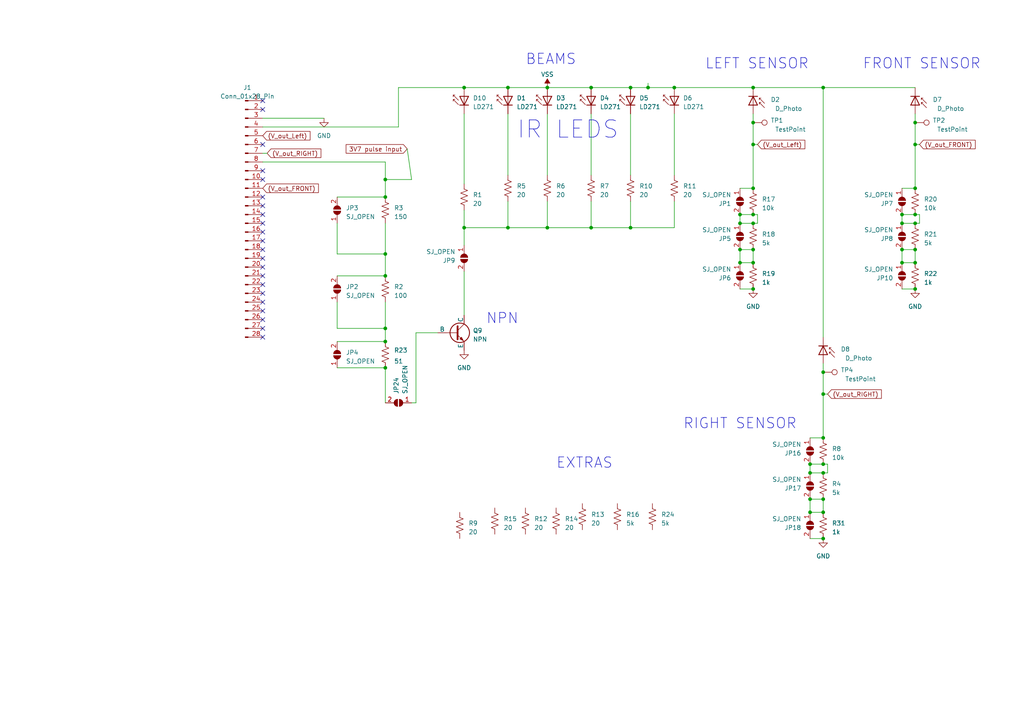
<source format=kicad_sch>
(kicad_sch (version 20230121) (generator eeschema)

  (uuid 69c1d0cc-3220-4bb2-9a14-2c5dd8e48c82)

  (paper "A4")

  (title_block
    (title "Sensing subsystem")
    (date "2024-03-16")
    (rev "final")
    (comment 1 "@author Lawrence Hawke")
  )

  (lib_symbols
    (symbol "Connector:Conn_01x28_Pin" (pin_names (offset 1.016) hide) (in_bom yes) (on_board yes)
      (property "Reference" "J" (at 0 35.56 0)
        (effects (font (size 1.27 1.27)))
      )
      (property "Value" "Conn_01x28_Pin" (at 0 -38.1 0)
        (effects (font (size 1.27 1.27)))
      )
      (property "Footprint" "" (at 0 0 0)
        (effects (font (size 1.27 1.27)) hide)
      )
      (property "Datasheet" "~" (at 0 0 0)
        (effects (font (size 1.27 1.27)) hide)
      )
      (property "ki_locked" "" (at 0 0 0)
        (effects (font (size 1.27 1.27)))
      )
      (property "ki_keywords" "connector" (at 0 0 0)
        (effects (font (size 1.27 1.27)) hide)
      )
      (property "ki_description" "Generic connector, single row, 01x28, script generated" (at 0 0 0)
        (effects (font (size 1.27 1.27)) hide)
      )
      (property "ki_fp_filters" "Connector*:*_1x??_*" (at 0 0 0)
        (effects (font (size 1.27 1.27)) hide)
      )
      (symbol "Conn_01x28_Pin_1_1"
        (polyline
          (pts
            (xy 1.27 -35.56)
            (xy 0.8636 -35.56)
          )
          (stroke (width 0.1524) (type default))
          (fill (type none))
        )
        (polyline
          (pts
            (xy 1.27 -33.02)
            (xy 0.8636 -33.02)
          )
          (stroke (width 0.1524) (type default))
          (fill (type none))
        )
        (polyline
          (pts
            (xy 1.27 -30.48)
            (xy 0.8636 -30.48)
          )
          (stroke (width 0.1524) (type default))
          (fill (type none))
        )
        (polyline
          (pts
            (xy 1.27 -27.94)
            (xy 0.8636 -27.94)
          )
          (stroke (width 0.1524) (type default))
          (fill (type none))
        )
        (polyline
          (pts
            (xy 1.27 -25.4)
            (xy 0.8636 -25.4)
          )
          (stroke (width 0.1524) (type default))
          (fill (type none))
        )
        (polyline
          (pts
            (xy 1.27 -22.86)
            (xy 0.8636 -22.86)
          )
          (stroke (width 0.1524) (type default))
          (fill (type none))
        )
        (polyline
          (pts
            (xy 1.27 -20.32)
            (xy 0.8636 -20.32)
          )
          (stroke (width 0.1524) (type default))
          (fill (type none))
        )
        (polyline
          (pts
            (xy 1.27 -17.78)
            (xy 0.8636 -17.78)
          )
          (stroke (width 0.1524) (type default))
          (fill (type none))
        )
        (polyline
          (pts
            (xy 1.27 -15.24)
            (xy 0.8636 -15.24)
          )
          (stroke (width 0.1524) (type default))
          (fill (type none))
        )
        (polyline
          (pts
            (xy 1.27 -12.7)
            (xy 0.8636 -12.7)
          )
          (stroke (width 0.1524) (type default))
          (fill (type none))
        )
        (polyline
          (pts
            (xy 1.27 -10.16)
            (xy 0.8636 -10.16)
          )
          (stroke (width 0.1524) (type default))
          (fill (type none))
        )
        (polyline
          (pts
            (xy 1.27 -7.62)
            (xy 0.8636 -7.62)
          )
          (stroke (width 0.1524) (type default))
          (fill (type none))
        )
        (polyline
          (pts
            (xy 1.27 -5.08)
            (xy 0.8636 -5.08)
          )
          (stroke (width 0.1524) (type default))
          (fill (type none))
        )
        (polyline
          (pts
            (xy 1.27 -2.54)
            (xy 0.8636 -2.54)
          )
          (stroke (width 0.1524) (type default))
          (fill (type none))
        )
        (polyline
          (pts
            (xy 1.27 0)
            (xy 0.8636 0)
          )
          (stroke (width 0.1524) (type default))
          (fill (type none))
        )
        (polyline
          (pts
            (xy 1.27 2.54)
            (xy 0.8636 2.54)
          )
          (stroke (width 0.1524) (type default))
          (fill (type none))
        )
        (polyline
          (pts
            (xy 1.27 5.08)
            (xy 0.8636 5.08)
          )
          (stroke (width 0.1524) (type default))
          (fill (type none))
        )
        (polyline
          (pts
            (xy 1.27 7.62)
            (xy 0.8636 7.62)
          )
          (stroke (width 0.1524) (type default))
          (fill (type none))
        )
        (polyline
          (pts
            (xy 1.27 10.16)
            (xy 0.8636 10.16)
          )
          (stroke (width 0.1524) (type default))
          (fill (type none))
        )
        (polyline
          (pts
            (xy 1.27 12.7)
            (xy 0.8636 12.7)
          )
          (stroke (width 0.1524) (type default))
          (fill (type none))
        )
        (polyline
          (pts
            (xy 1.27 15.24)
            (xy 0.8636 15.24)
          )
          (stroke (width 0.1524) (type default))
          (fill (type none))
        )
        (polyline
          (pts
            (xy 1.27 17.78)
            (xy 0.8636 17.78)
          )
          (stroke (width 0.1524) (type default))
          (fill (type none))
        )
        (polyline
          (pts
            (xy 1.27 20.32)
            (xy 0.8636 20.32)
          )
          (stroke (width 0.1524) (type default))
          (fill (type none))
        )
        (polyline
          (pts
            (xy 1.27 22.86)
            (xy 0.8636 22.86)
          )
          (stroke (width 0.1524) (type default))
          (fill (type none))
        )
        (polyline
          (pts
            (xy 1.27 25.4)
            (xy 0.8636 25.4)
          )
          (stroke (width 0.1524) (type default))
          (fill (type none))
        )
        (polyline
          (pts
            (xy 1.27 27.94)
            (xy 0.8636 27.94)
          )
          (stroke (width 0.1524) (type default))
          (fill (type none))
        )
        (polyline
          (pts
            (xy 1.27 30.48)
            (xy 0.8636 30.48)
          )
          (stroke (width 0.1524) (type default))
          (fill (type none))
        )
        (polyline
          (pts
            (xy 1.27 33.02)
            (xy 0.8636 33.02)
          )
          (stroke (width 0.1524) (type default))
          (fill (type none))
        )
        (rectangle (start 0.8636 -35.433) (end 0 -35.687)
          (stroke (width 0.1524) (type default))
          (fill (type outline))
        )
        (rectangle (start 0.8636 -32.893) (end 0 -33.147)
          (stroke (width 0.1524) (type default))
          (fill (type outline))
        )
        (rectangle (start 0.8636 -30.353) (end 0 -30.607)
          (stroke (width 0.1524) (type default))
          (fill (type outline))
        )
        (rectangle (start 0.8636 -27.813) (end 0 -28.067)
          (stroke (width 0.1524) (type default))
          (fill (type outline))
        )
        (rectangle (start 0.8636 -25.273) (end 0 -25.527)
          (stroke (width 0.1524) (type default))
          (fill (type outline))
        )
        (rectangle (start 0.8636 -22.733) (end 0 -22.987)
          (stroke (width 0.1524) (type default))
          (fill (type outline))
        )
        (rectangle (start 0.8636 -20.193) (end 0 -20.447)
          (stroke (width 0.1524) (type default))
          (fill (type outline))
        )
        (rectangle (start 0.8636 -17.653) (end 0 -17.907)
          (stroke (width 0.1524) (type default))
          (fill (type outline))
        )
        (rectangle (start 0.8636 -15.113) (end 0 -15.367)
          (stroke (width 0.1524) (type default))
          (fill (type outline))
        )
        (rectangle (start 0.8636 -12.573) (end 0 -12.827)
          (stroke (width 0.1524) (type default))
          (fill (type outline))
        )
        (rectangle (start 0.8636 -10.033) (end 0 -10.287)
          (stroke (width 0.1524) (type default))
          (fill (type outline))
        )
        (rectangle (start 0.8636 -7.493) (end 0 -7.747)
          (stroke (width 0.1524) (type default))
          (fill (type outline))
        )
        (rectangle (start 0.8636 -4.953) (end 0 -5.207)
          (stroke (width 0.1524) (type default))
          (fill (type outline))
        )
        (rectangle (start 0.8636 -2.413) (end 0 -2.667)
          (stroke (width 0.1524) (type default))
          (fill (type outline))
        )
        (rectangle (start 0.8636 0.127) (end 0 -0.127)
          (stroke (width 0.1524) (type default))
          (fill (type outline))
        )
        (rectangle (start 0.8636 2.667) (end 0 2.413)
          (stroke (width 0.1524) (type default))
          (fill (type outline))
        )
        (rectangle (start 0.8636 5.207) (end 0 4.953)
          (stroke (width 0.1524) (type default))
          (fill (type outline))
        )
        (rectangle (start 0.8636 7.747) (end 0 7.493)
          (stroke (width 0.1524) (type default))
          (fill (type outline))
        )
        (rectangle (start 0.8636 10.287) (end 0 10.033)
          (stroke (width 0.1524) (type default))
          (fill (type outline))
        )
        (rectangle (start 0.8636 12.827) (end 0 12.573)
          (stroke (width 0.1524) (type default))
          (fill (type outline))
        )
        (rectangle (start 0.8636 15.367) (end 0 15.113)
          (stroke (width 0.1524) (type default))
          (fill (type outline))
        )
        (rectangle (start 0.8636 17.907) (end 0 17.653)
          (stroke (width 0.1524) (type default))
          (fill (type outline))
        )
        (rectangle (start 0.8636 20.447) (end 0 20.193)
          (stroke (width 0.1524) (type default))
          (fill (type outline))
        )
        (rectangle (start 0.8636 22.987) (end 0 22.733)
          (stroke (width 0.1524) (type default))
          (fill (type outline))
        )
        (rectangle (start 0.8636 25.527) (end 0 25.273)
          (stroke (width 0.1524) (type default))
          (fill (type outline))
        )
        (rectangle (start 0.8636 28.067) (end 0 27.813)
          (stroke (width 0.1524) (type default))
          (fill (type outline))
        )
        (rectangle (start 0.8636 30.607) (end 0 30.353)
          (stroke (width 0.1524) (type default))
          (fill (type outline))
        )
        (rectangle (start 0.8636 33.147) (end 0 32.893)
          (stroke (width 0.1524) (type default))
          (fill (type outline))
        )
        (pin passive line (at 5.08 33.02 180) (length 3.81)
          (name "Pin_1" (effects (font (size 1.27 1.27))))
          (number "1" (effects (font (size 1.27 1.27))))
        )
        (pin passive line (at 5.08 10.16 180) (length 3.81)
          (name "Pin_10" (effects (font (size 1.27 1.27))))
          (number "10" (effects (font (size 1.27 1.27))))
        )
        (pin passive line (at 5.08 7.62 180) (length 3.81)
          (name "Pin_11" (effects (font (size 1.27 1.27))))
          (number "11" (effects (font (size 1.27 1.27))))
        )
        (pin passive line (at 5.08 5.08 180) (length 3.81)
          (name "Pin_12" (effects (font (size 1.27 1.27))))
          (number "12" (effects (font (size 1.27 1.27))))
        )
        (pin passive line (at 5.08 2.54 180) (length 3.81)
          (name "Pin_13" (effects (font (size 1.27 1.27))))
          (number "13" (effects (font (size 1.27 1.27))))
        )
        (pin passive line (at 5.08 0 180) (length 3.81)
          (name "Pin_14" (effects (font (size 1.27 1.27))))
          (number "14" (effects (font (size 1.27 1.27))))
        )
        (pin passive line (at 5.08 -2.54 180) (length 3.81)
          (name "Pin_15" (effects (font (size 1.27 1.27))))
          (number "15" (effects (font (size 1.27 1.27))))
        )
        (pin passive line (at 5.08 -5.08 180) (length 3.81)
          (name "Pin_16" (effects (font (size 1.27 1.27))))
          (number "16" (effects (font (size 1.27 1.27))))
        )
        (pin passive line (at 5.08 -7.62 180) (length 3.81)
          (name "Pin_17" (effects (font (size 1.27 1.27))))
          (number "17" (effects (font (size 1.27 1.27))))
        )
        (pin passive line (at 5.08 -10.16 180) (length 3.81)
          (name "Pin_18" (effects (font (size 1.27 1.27))))
          (number "18" (effects (font (size 1.27 1.27))))
        )
        (pin passive line (at 5.08 -12.7 180) (length 3.81)
          (name "Pin_19" (effects (font (size 1.27 1.27))))
          (number "19" (effects (font (size 1.27 1.27))))
        )
        (pin passive line (at 5.08 30.48 180) (length 3.81)
          (name "Pin_2" (effects (font (size 1.27 1.27))))
          (number "2" (effects (font (size 1.27 1.27))))
        )
        (pin passive line (at 5.08 -15.24 180) (length 3.81)
          (name "Pin_20" (effects (font (size 1.27 1.27))))
          (number "20" (effects (font (size 1.27 1.27))))
        )
        (pin passive line (at 5.08 -17.78 180) (length 3.81)
          (name "Pin_21" (effects (font (size 1.27 1.27))))
          (number "21" (effects (font (size 1.27 1.27))))
        )
        (pin passive line (at 5.08 -20.32 180) (length 3.81)
          (name "Pin_22" (effects (font (size 1.27 1.27))))
          (number "22" (effects (font (size 1.27 1.27))))
        )
        (pin passive line (at 5.08 -22.86 180) (length 3.81)
          (name "Pin_23" (effects (font (size 1.27 1.27))))
          (number "23" (effects (font (size 1.27 1.27))))
        )
        (pin passive line (at 5.08 -25.4 180) (length 3.81)
          (name "Pin_24" (effects (font (size 1.27 1.27))))
          (number "24" (effects (font (size 1.27 1.27))))
        )
        (pin passive line (at 5.08 -27.94 180) (length 3.81)
          (name "Pin_25" (effects (font (size 1.27 1.27))))
          (number "25" (effects (font (size 1.27 1.27))))
        )
        (pin passive line (at 5.08 -30.48 180) (length 3.81)
          (name "Pin_26" (effects (font (size 1.27 1.27))))
          (number "26" (effects (font (size 1.27 1.27))))
        )
        (pin passive line (at 5.08 -33.02 180) (length 3.81)
          (name "Pin_27" (effects (font (size 1.27 1.27))))
          (number "27" (effects (font (size 1.27 1.27))))
        )
        (pin passive line (at 5.08 -35.56 180) (length 3.81)
          (name "Pin_28" (effects (font (size 1.27 1.27))))
          (number "28" (effects (font (size 1.27 1.27))))
        )
        (pin passive line (at 5.08 27.94 180) (length 3.81)
          (name "Pin_3" (effects (font (size 1.27 1.27))))
          (number "3" (effects (font (size 1.27 1.27))))
        )
        (pin passive line (at 5.08 25.4 180) (length 3.81)
          (name "Pin_4" (effects (font (size 1.27 1.27))))
          (number "4" (effects (font (size 1.27 1.27))))
        )
        (pin passive line (at 5.08 22.86 180) (length 3.81)
          (name "Pin_5" (effects (font (size 1.27 1.27))))
          (number "5" (effects (font (size 1.27 1.27))))
        )
        (pin passive line (at 5.08 20.32 180) (length 3.81)
          (name "Pin_6" (effects (font (size 1.27 1.27))))
          (number "6" (effects (font (size 1.27 1.27))))
        )
        (pin passive line (at 5.08 17.78 180) (length 3.81)
          (name "Pin_7" (effects (font (size 1.27 1.27))))
          (number "7" (effects (font (size 1.27 1.27))))
        )
        (pin passive line (at 5.08 15.24 180) (length 3.81)
          (name "Pin_8" (effects (font (size 1.27 1.27))))
          (number "8" (effects (font (size 1.27 1.27))))
        )
        (pin passive line (at 5.08 12.7 180) (length 3.81)
          (name "Pin_9" (effects (font (size 1.27 1.27))))
          (number "9" (effects (font (size 1.27 1.27))))
        )
      )
    )
    (symbol "Connector:TestPoint" (pin_numbers hide) (pin_names (offset 0.762) hide) (in_bom yes) (on_board yes)
      (property "Reference" "TP" (at 0 6.858 0)
        (effects (font (size 1.27 1.27)))
      )
      (property "Value" "TestPoint" (at 0 5.08 0)
        (effects (font (size 1.27 1.27)))
      )
      (property "Footprint" "" (at 5.08 0 0)
        (effects (font (size 1.27 1.27)) hide)
      )
      (property "Datasheet" "~" (at 5.08 0 0)
        (effects (font (size 1.27 1.27)) hide)
      )
      (property "ki_keywords" "test point tp" (at 0 0 0)
        (effects (font (size 1.27 1.27)) hide)
      )
      (property "ki_description" "test point" (at 0 0 0)
        (effects (font (size 1.27 1.27)) hide)
      )
      (property "ki_fp_filters" "Pin* Test*" (at 0 0 0)
        (effects (font (size 1.27 1.27)) hide)
      )
      (symbol "TestPoint_0_1"
        (circle (center 0 3.302) (radius 0.762)
          (stroke (width 0) (type default))
          (fill (type none))
        )
      )
      (symbol "TestPoint_1_1"
        (pin passive line (at 0 0 90) (length 2.54)
          (name "1" (effects (font (size 1.27 1.27))))
          (number "1" (effects (font (size 1.27 1.27))))
        )
      )
    )
    (symbol "Device:D_Photo" (pin_numbers hide) (pin_names hide) (in_bom yes) (on_board yes)
      (property "Reference" "D" (at 0.508 1.778 0)
        (effects (font (size 1.27 1.27)) (justify left))
      )
      (property "Value" "D_Photo" (at -1.016 -2.794 0)
        (effects (font (size 1.27 1.27)))
      )
      (property "Footprint" "" (at -1.27 0 0)
        (effects (font (size 1.27 1.27)) hide)
      )
      (property "Datasheet" "~" (at -1.27 0 0)
        (effects (font (size 1.27 1.27)) hide)
      )
      (property "ki_keywords" "photodiode diode opto" (at 0 0 0)
        (effects (font (size 1.27 1.27)) hide)
      )
      (property "ki_description" "Photodiode" (at 0 0 0)
        (effects (font (size 1.27 1.27)) hide)
      )
      (symbol "D_Photo_0_1"
        (polyline
          (pts
            (xy -2.54 1.27)
            (xy -2.54 -1.27)
          )
          (stroke (width 0.254) (type default))
          (fill (type none))
        )
        (polyline
          (pts
            (xy -2.032 1.778)
            (xy -1.524 1.778)
          )
          (stroke (width 0) (type default))
          (fill (type none))
        )
        (polyline
          (pts
            (xy 0 0)
            (xy -2.54 0)
          )
          (stroke (width 0) (type default))
          (fill (type none))
        )
        (polyline
          (pts
            (xy -0.508 3.302)
            (xy -2.032 1.778)
            (xy -2.032 2.286)
          )
          (stroke (width 0) (type default))
          (fill (type none))
        )
        (polyline
          (pts
            (xy 0 -1.27)
            (xy 0 1.27)
            (xy -2.54 0)
            (xy 0 -1.27)
          )
          (stroke (width 0.254) (type default))
          (fill (type none))
        )
        (polyline
          (pts
            (xy 0.762 3.302)
            (xy -0.762 1.778)
            (xy -0.762 2.286)
            (xy -0.762 1.778)
            (xy -0.254 1.778)
          )
          (stroke (width 0) (type default))
          (fill (type none))
        )
      )
      (symbol "D_Photo_1_1"
        (pin passive line (at -5.08 0 0) (length 2.54)
          (name "K" (effects (font (size 1.27 1.27))))
          (number "1" (effects (font (size 1.27 1.27))))
        )
        (pin passive line (at 2.54 0 180) (length 2.54)
          (name "A" (effects (font (size 1.27 1.27))))
          (number "2" (effects (font (size 1.27 1.27))))
        )
      )
    )
    (symbol "Device:R_US" (pin_numbers hide) (pin_names (offset 0)) (in_bom yes) (on_board yes)
      (property "Reference" "R" (at 2.54 0 90)
        (effects (font (size 1.27 1.27)))
      )
      (property "Value" "R_US" (at -2.54 0 90)
        (effects (font (size 1.27 1.27)))
      )
      (property "Footprint" "" (at 1.016 -0.254 90)
        (effects (font (size 1.27 1.27)) hide)
      )
      (property "Datasheet" "~" (at 0 0 0)
        (effects (font (size 1.27 1.27)) hide)
      )
      (property "ki_keywords" "R res resistor" (at 0 0 0)
        (effects (font (size 1.27 1.27)) hide)
      )
      (property "ki_description" "Resistor, US symbol" (at 0 0 0)
        (effects (font (size 1.27 1.27)) hide)
      )
      (property "ki_fp_filters" "R_*" (at 0 0 0)
        (effects (font (size 1.27 1.27)) hide)
      )
      (symbol "R_US_0_1"
        (polyline
          (pts
            (xy 0 -2.286)
            (xy 0 -2.54)
          )
          (stroke (width 0) (type default))
          (fill (type none))
        )
        (polyline
          (pts
            (xy 0 2.286)
            (xy 0 2.54)
          )
          (stroke (width 0) (type default))
          (fill (type none))
        )
        (polyline
          (pts
            (xy 0 -0.762)
            (xy 1.016 -1.143)
            (xy 0 -1.524)
            (xy -1.016 -1.905)
            (xy 0 -2.286)
          )
          (stroke (width 0) (type default))
          (fill (type none))
        )
        (polyline
          (pts
            (xy 0 0.762)
            (xy 1.016 0.381)
            (xy 0 0)
            (xy -1.016 -0.381)
            (xy 0 -0.762)
          )
          (stroke (width 0) (type default))
          (fill (type none))
        )
        (polyline
          (pts
            (xy 0 2.286)
            (xy 1.016 1.905)
            (xy 0 1.524)
            (xy -1.016 1.143)
            (xy 0 0.762)
          )
          (stroke (width 0) (type default))
          (fill (type none))
        )
      )
      (symbol "R_US_1_1"
        (pin passive line (at 0 3.81 270) (length 1.27)
          (name "~" (effects (font (size 1.27 1.27))))
          (number "1" (effects (font (size 1.27 1.27))))
        )
        (pin passive line (at 0 -3.81 90) (length 1.27)
          (name "~" (effects (font (size 1.27 1.27))))
          (number "2" (effects (font (size 1.27 1.27))))
        )
      )
    )
    (symbol "Jumper:SolderJumper_2_Open" (pin_names (offset 0) hide) (in_bom yes) (on_board yes)
      (property "Reference" "JP" (at 0 2.032 0)
        (effects (font (size 1.27 1.27)))
      )
      (property "Value" "SolderJumper_2_Open" (at 0 -2.54 0)
        (effects (font (size 1.27 1.27)))
      )
      (property "Footprint" "" (at 0 0 0)
        (effects (font (size 1.27 1.27)) hide)
      )
      (property "Datasheet" "~" (at 0 0 0)
        (effects (font (size 1.27 1.27)) hide)
      )
      (property "ki_keywords" "solder jumper SPST" (at 0 0 0)
        (effects (font (size 1.27 1.27)) hide)
      )
      (property "ki_description" "Solder Jumper, 2-pole, open" (at 0 0 0)
        (effects (font (size 1.27 1.27)) hide)
      )
      (property "ki_fp_filters" "SolderJumper*Open*" (at 0 0 0)
        (effects (font (size 1.27 1.27)) hide)
      )
      (symbol "SolderJumper_2_Open_0_1"
        (arc (start -0.254 1.016) (mid -1.2656 0) (end -0.254 -1.016)
          (stroke (width 0) (type default))
          (fill (type none))
        )
        (arc (start -0.254 1.016) (mid -1.2656 0) (end -0.254 -1.016)
          (stroke (width 0) (type default))
          (fill (type outline))
        )
        (polyline
          (pts
            (xy -0.254 1.016)
            (xy -0.254 -1.016)
          )
          (stroke (width 0) (type default))
          (fill (type none))
        )
        (polyline
          (pts
            (xy 0.254 1.016)
            (xy 0.254 -1.016)
          )
          (stroke (width 0) (type default))
          (fill (type none))
        )
        (arc (start 0.254 -1.016) (mid 1.2656 0) (end 0.254 1.016)
          (stroke (width 0) (type default))
          (fill (type none))
        )
        (arc (start 0.254 -1.016) (mid 1.2656 0) (end 0.254 1.016)
          (stroke (width 0) (type default))
          (fill (type outline))
        )
      )
      (symbol "SolderJumper_2_Open_1_1"
        (pin passive line (at -3.81 0 0) (length 2.54)
          (name "A" (effects (font (size 1.27 1.27))))
          (number "1" (effects (font (size 1.27 1.27))))
        )
        (pin passive line (at 3.81 0 180) (length 2.54)
          (name "B" (effects (font (size 1.27 1.27))))
          (number "2" (effects (font (size 1.27 1.27))))
        )
      )
    )
    (symbol "LED:LD271" (pin_numbers hide) (pin_names (offset 1.016) hide) (in_bom yes) (on_board yes)
      (property "Reference" "D" (at 0.508 1.778 0)
        (effects (font (size 1.27 1.27)) (justify left))
      )
      (property "Value" "LD271" (at -1.016 -2.794 0)
        (effects (font (size 1.27 1.27)))
      )
      (property "Footprint" "LED_THT:LED_D5.0mm_IRGrey" (at 0 4.445 0)
        (effects (font (size 1.27 1.27)) hide)
      )
      (property "Datasheet" "http://www.alliedelec.com/m/d/40788c34903a719969df15f1fbea1056.pdf" (at -1.27 0 0)
        (effects (font (size 1.27 1.27)) hide)
      )
      (property "ki_keywords" "IR LED" (at 0 0 0)
        (effects (font (size 1.27 1.27)) hide)
      )
      (property "ki_description" "940nm IR-LED, 5mm" (at 0 0 0)
        (effects (font (size 1.27 1.27)) hide)
      )
      (property "ki_fp_filters" "LED*5.0mm*IRGrey*" (at 0 0 0)
        (effects (font (size 1.27 1.27)) hide)
      )
      (symbol "LD271_0_1"
        (polyline
          (pts
            (xy -2.54 1.27)
            (xy -2.54 -1.27)
          )
          (stroke (width 0.254) (type default))
          (fill (type none))
        )
        (polyline
          (pts
            (xy 0 0)
            (xy -2.54 0)
          )
          (stroke (width 0) (type default))
          (fill (type none))
        )
        (polyline
          (pts
            (xy 0.381 3.175)
            (xy -0.127 3.175)
          )
          (stroke (width 0) (type default))
          (fill (type none))
        )
        (polyline
          (pts
            (xy -1.143 1.651)
            (xy 0.381 3.175)
            (xy 0.381 2.667)
          )
          (stroke (width 0) (type default))
          (fill (type none))
        )
        (polyline
          (pts
            (xy 0 -1.27)
            (xy -2.54 0)
            (xy 0 1.27)
            (xy 0 -1.27)
          )
          (stroke (width 0.254) (type default))
          (fill (type none))
        )
        (polyline
          (pts
            (xy -2.413 1.651)
            (xy -0.889 3.175)
            (xy -0.889 2.667)
            (xy -0.889 3.175)
            (xy -1.397 3.175)
          )
          (stroke (width 0) (type default))
          (fill (type none))
        )
      )
      (symbol "LD271_1_1"
        (pin passive line (at -5.08 0 0) (length 2.54)
          (name "K" (effects (font (size 1.27 1.27))))
          (number "1" (effects (font (size 1.27 1.27))))
        )
        (pin passive line (at 2.54 0 180) (length 2.54)
          (name "A" (effects (font (size 1.27 1.27))))
          (number "2" (effects (font (size 1.27 1.27))))
        )
      )
    )
    (symbol "Simulation_SPICE:NPN" (pin_numbers hide) (pin_names (offset 0)) (in_bom yes) (on_board yes)
      (property "Reference" "Q" (at -2.54 7.62 0)
        (effects (font (size 1.27 1.27)))
      )
      (property "Value" "NPN" (at -2.54 5.08 0)
        (effects (font (size 1.27 1.27)))
      )
      (property "Footprint" "" (at 63.5 0 0)
        (effects (font (size 1.27 1.27)) hide)
      )
      (property "Datasheet" "~" (at 63.5 0 0)
        (effects (font (size 1.27 1.27)) hide)
      )
      (property "Sim.Device" "NPN" (at 0 0 0)
        (effects (font (size 1.27 1.27)) hide)
      )
      (property "Sim.Type" "GUMMELPOON" (at 0 0 0)
        (effects (font (size 1.27 1.27)) hide)
      )
      (property "Sim.Pins" "1=C 2=B 3=E" (at 0 0 0)
        (effects (font (size 1.27 1.27)) hide)
      )
      (property "ki_keywords" "simulation" (at 0 0 0)
        (effects (font (size 1.27 1.27)) hide)
      )
      (property "ki_description" "Bipolar transistor symbol for simulation only, substrate tied to the emitter" (at 0 0 0)
        (effects (font (size 1.27 1.27)) hide)
      )
      (symbol "NPN_0_1"
        (polyline
          (pts
            (xy -2.54 0)
            (xy 0.635 0)
          )
          (stroke (width 0.1524) (type default))
          (fill (type none))
        )
        (polyline
          (pts
            (xy 0.635 0.635)
            (xy 2.54 2.54)
          )
          (stroke (width 0) (type default))
          (fill (type none))
        )
        (polyline
          (pts
            (xy 2.794 -1.27)
            (xy 2.794 -1.27)
          )
          (stroke (width 0.1524) (type default))
          (fill (type none))
        )
        (polyline
          (pts
            (xy 2.794 -1.27)
            (xy 2.794 -1.27)
          )
          (stroke (width 0.1524) (type default))
          (fill (type none))
        )
        (polyline
          (pts
            (xy 0.635 -0.635)
            (xy 2.54 -2.54)
            (xy 2.54 -2.54)
          )
          (stroke (width 0) (type default))
          (fill (type none))
        )
        (polyline
          (pts
            (xy 0.635 1.905)
            (xy 0.635 -1.905)
            (xy 0.635 -1.905)
          )
          (stroke (width 0.508) (type default))
          (fill (type none))
        )
        (polyline
          (pts
            (xy 1.27 -1.778)
            (xy 1.778 -1.27)
            (xy 2.286 -2.286)
            (xy 1.27 -1.778)
            (xy 1.27 -1.778)
          )
          (stroke (width 0) (type default))
          (fill (type outline))
        )
        (circle (center 1.27 0) (radius 2.8194)
          (stroke (width 0.254) (type default))
          (fill (type none))
        )
      )
      (symbol "NPN_1_1"
        (pin open_collector line (at 2.54 5.08 270) (length 2.54)
          (name "C" (effects (font (size 1.27 1.27))))
          (number "1" (effects (font (size 1.27 1.27))))
        )
        (pin input line (at -5.08 0 0) (length 2.54)
          (name "B" (effects (font (size 1.27 1.27))))
          (number "2" (effects (font (size 1.27 1.27))))
        )
        (pin open_emitter line (at 2.54 -5.08 90) (length 2.54)
          (name "E" (effects (font (size 1.27 1.27))))
          (number "3" (effects (font (size 1.27 1.27))))
        )
      )
    )
    (symbol "power:GND" (power) (pin_names (offset 0)) (in_bom yes) (on_board yes)
      (property "Reference" "#PWR" (at 0 -6.35 0)
        (effects (font (size 1.27 1.27)) hide)
      )
      (property "Value" "GND" (at 0 -3.81 0)
        (effects (font (size 1.27 1.27)))
      )
      (property "Footprint" "" (at 0 0 0)
        (effects (font (size 1.27 1.27)) hide)
      )
      (property "Datasheet" "" (at 0 0 0)
        (effects (font (size 1.27 1.27)) hide)
      )
      (property "ki_keywords" "global power" (at 0 0 0)
        (effects (font (size 1.27 1.27)) hide)
      )
      (property "ki_description" "Power symbol creates a global label with name \"GND\" , ground" (at 0 0 0)
        (effects (font (size 1.27 1.27)) hide)
      )
      (symbol "GND_0_1"
        (polyline
          (pts
            (xy 0 0)
            (xy 0 -1.27)
            (xy 1.27 -1.27)
            (xy 0 -2.54)
            (xy -1.27 -1.27)
            (xy 0 -1.27)
          )
          (stroke (width 0) (type default))
          (fill (type none))
        )
      )
      (symbol "GND_1_1"
        (pin power_in line (at 0 0 270) (length 0) hide
          (name "GND" (effects (font (size 1.27 1.27))))
          (number "1" (effects (font (size 1.27 1.27))))
        )
      )
    )
    (symbol "power:VSS" (power) (pin_names (offset 0)) (in_bom yes) (on_board yes)
      (property "Reference" "#PWR" (at 0 -3.81 0)
        (effects (font (size 1.27 1.27)) hide)
      )
      (property "Value" "VSS" (at 0 3.81 0)
        (effects (font (size 1.27 1.27)))
      )
      (property "Footprint" "" (at 0 0 0)
        (effects (font (size 1.27 1.27)) hide)
      )
      (property "Datasheet" "" (at 0 0 0)
        (effects (font (size 1.27 1.27)) hide)
      )
      (property "ki_keywords" "global power" (at 0 0 0)
        (effects (font (size 1.27 1.27)) hide)
      )
      (property "ki_description" "Power symbol creates a global label with name \"VSS\"" (at 0 0 0)
        (effects (font (size 1.27 1.27)) hide)
      )
      (symbol "VSS_0_1"
        (polyline
          (pts
            (xy 0 0)
            (xy 0 2.54)
          )
          (stroke (width 0) (type default))
          (fill (type none))
        )
        (polyline
          (pts
            (xy 0.762 1.27)
            (xy -0.762 1.27)
            (xy 0 2.54)
            (xy 0.762 1.27)
          )
          (stroke (width 0) (type default))
          (fill (type outline))
        )
      )
      (symbol "VSS_1_1"
        (pin power_in line (at 0 0 90) (length 0) hide
          (name "VSS" (effects (font (size 1.27 1.27))))
          (number "1" (effects (font (size 1.27 1.27))))
        )
      )
    )
  )

  (junction (at 147.32 66.04) (diameter 0) (color 0 0 0 0)
    (uuid 051f84ec-ca57-4726-be99-e9912df86abd)
  )
  (junction (at 111.76 73.66) (diameter 0) (color 0 0 0 0)
    (uuid 07249b80-d100-41cf-92fb-db350ff63d39)
  )
  (junction (at 111.76 106.68) (diameter 0) (color 0 0 0 0)
    (uuid 073e0487-59af-4402-a192-94fd17b4f194)
  )
  (junction (at 214.63 72.39) (diameter 0) (color 0 0 0 0)
    (uuid 07eba5e3-2317-4592-b864-1006b8e844df)
  )
  (junction (at 134.62 25.4) (diameter 0) (color 0 0 0 0)
    (uuid 0ff5b445-5464-460f-a310-adb0e4fac6c1)
  )
  (junction (at 218.44 72.39) (diameter 0) (color 0 0 0 0)
    (uuid 10df2d71-213e-4744-b6fc-e3539d7a46b1)
  )
  (junction (at 265.43 54.61) (diameter 0) (color 0 0 0 0)
    (uuid 18f67049-2163-4ecc-b7c6-e6cc978cb83b)
  )
  (junction (at 147.32 25.4) (diameter 0) (color 0 0 0 0)
    (uuid 1b046517-fd34-494e-82dd-aad5f0de6e37)
  )
  (junction (at 234.95 144.78) (diameter 0) (color 0 0 0 0)
    (uuid 1be07d65-c703-4ab8-a60d-34d6b52a2d4e)
  )
  (junction (at 111.76 99.06) (diameter 0) (color 0 0 0 0)
    (uuid 26baf179-5af3-4ff8-bade-df6f18914585)
  )
  (junction (at 214.63 62.23) (diameter 0) (color 0 0 0 0)
    (uuid 29e10eef-5414-44f0-a038-2f099d1c847b)
  )
  (junction (at 238.76 144.78) (diameter 0) (color 0 0 0 0)
    (uuid 2a33cb34-0301-426e-9c65-16ae47e6eff7)
  )
  (junction (at 218.44 76.2) (diameter 0) (color 0 0 0 0)
    (uuid 2be133da-6e71-406a-a26b-0856f5c76a74)
  )
  (junction (at 238.76 114.3) (diameter 0) (color 0 0 0 0)
    (uuid 2dc4ae4c-43a6-488b-92fc-5e63182708ec)
  )
  (junction (at 218.44 62.23) (diameter 0) (color 0 0 0 0)
    (uuid 326bb15c-8fb9-460a-a72e-dab5b27c4f17)
  )
  (junction (at 265.43 41.91) (diameter 0) (color 0 0 0 0)
    (uuid 37035a61-a1ad-4adb-ba43-b8bce36c3926)
  )
  (junction (at 171.45 66.04) (diameter 0) (color 0 0 0 0)
    (uuid 3816a2c8-fdc7-4123-be3b-de8c1dff2bb6)
  )
  (junction (at 238.76 156.21) (diameter 0) (color 0 0 0 0)
    (uuid 407fe355-7165-4129-b088-af9933959b80)
  )
  (junction (at 214.63 76.2) (diameter 0) (color 0 0 0 0)
    (uuid 439b6b52-6f51-4082-b4bc-f6b345de87cb)
  )
  (junction (at 234.95 134.62) (diameter 0) (color 0 0 0 0)
    (uuid 473aefd9-c193-4abb-a2d9-bedf5a256b67)
  )
  (junction (at 134.62 66.04) (diameter 0) (color 0 0 0 0)
    (uuid 475b55e7-e730-4a67-81a2-041decca8a38)
  )
  (junction (at 265.43 72.39) (diameter 0) (color 0 0 0 0)
    (uuid 48e43d65-31d3-4da9-9301-09796422da63)
  )
  (junction (at 265.43 64.77) (diameter 0) (color 0 0 0 0)
    (uuid 4e2c1236-07ef-4c41-9905-5a2868e40a5e)
  )
  (junction (at 238.76 107.95) (diameter 0) (color 0 0 0 0)
    (uuid 4fa0d650-5463-4907-8041-bf6e4a83c819)
  )
  (junction (at 234.95 148.59) (diameter 0) (color 0 0 0 0)
    (uuid 57671d3b-041a-432c-a58c-12a96bcdefce)
  )
  (junction (at 261.62 64.77) (diameter 0) (color 0 0 0 0)
    (uuid 68a6ce0d-4188-4d79-bbd6-bd49312f21e2)
  )
  (junction (at 111.76 57.15) (diameter 0) (color 0 0 0 0)
    (uuid 6a337f64-4cd0-4c23-a956-037ac177a0d9)
  )
  (junction (at 238.76 148.59) (diameter 0) (color 0 0 0 0)
    (uuid 6a97bae1-d145-42b2-898a-5662e92a0f89)
  )
  (junction (at 238.76 137.16) (diameter 0) (color 0 0 0 0)
    (uuid 6cbeba03-14ea-4205-9186-f30421a7e02f)
  )
  (junction (at 261.62 62.23) (diameter 0) (color 0 0 0 0)
    (uuid 71854e79-0e5b-46cb-997d-d8763fae1afa)
  )
  (junction (at 218.44 35.56) (diameter 0) (color 0 0 0 0)
    (uuid 7214ba93-3b17-49e1-a262-2d83628a2d25)
  )
  (junction (at 182.88 25.4) (diameter 0) (color 0 0 0 0)
    (uuid 8123def5-42a8-4052-8bf4-fc0015e2e2d5)
  )
  (junction (at 234.95 137.16) (diameter 0) (color 0 0 0 0)
    (uuid 81f5fe5e-0744-48ee-99fb-c74da6bf1d0b)
  )
  (junction (at 111.76 80.01) (diameter 0) (color 0 0 0 0)
    (uuid 85db2394-c434-46bc-b6d0-c91c7d5fe611)
  )
  (junction (at 265.43 62.23) (diameter 0) (color 0 0 0 0)
    (uuid 865a9d9a-6e5c-4a5e-91fe-953bb3fdb399)
  )
  (junction (at 111.76 95.25) (diameter 0) (color 0 0 0 0)
    (uuid 8fe87c93-b721-44bd-b2a0-2711aeeaa486)
  )
  (junction (at 171.45 25.4) (diameter 0) (color 0 0 0 0)
    (uuid 98532999-b4e6-401e-94df-c33b22d31668)
  )
  (junction (at 218.44 54.61) (diameter 0) (color 0 0 0 0)
    (uuid 99438617-26ce-409a-b21f-a33a64b079dd)
  )
  (junction (at 218.44 64.77) (diameter 0) (color 0 0 0 0)
    (uuid 9a71330d-704d-4172-8a18-aff8821a33f9)
  )
  (junction (at 214.63 64.77) (diameter 0) (color 0 0 0 0)
    (uuid a13590ae-4b5b-4338-ae68-605fcdd2be63)
  )
  (junction (at 265.43 76.2) (diameter 0) (color 0 0 0 0)
    (uuid a3788776-a01d-4b31-b633-17aa816e1dbb)
  )
  (junction (at 218.44 41.91) (diameter 0) (color 0 0 0 0)
    (uuid a6207b43-a468-4421-99f1-ec1acdfa3870)
  )
  (junction (at 218.44 25.4) (diameter 0) (color 0 0 0 0)
    (uuid afd1a1a3-d673-4377-ae02-599834d90f5f)
  )
  (junction (at 158.75 66.04) (diameter 0) (color 0 0 0 0)
    (uuid b438ff34-9422-4d4f-9f8c-71a52135a25e)
  )
  (junction (at 187.96 25.4) (diameter 0) (color 0 0 0 0)
    (uuid b992e8c2-1de7-422f-88f5-63846e46caa4)
  )
  (junction (at 265.43 35.56) (diameter 0) (color 0 0 0 0)
    (uuid bc6803e1-f10d-46d4-8455-b59e9d48fbd7)
  )
  (junction (at 261.62 76.2) (diameter 0) (color 0 0 0 0)
    (uuid c3b8072b-09e4-4f65-bbc8-1af8c2daf1c8)
  )
  (junction (at 238.76 25.4) (diameter 0) (color 0 0 0 0)
    (uuid c422dd98-05cc-4cdc-b6e6-81aa9fcb440f)
  )
  (junction (at 261.62 72.39) (diameter 0) (color 0 0 0 0)
    (uuid c9c34daf-f8c1-4c66-944c-3d94cac48f9b)
  )
  (junction (at 218.44 83.82) (diameter 0) (color 0 0 0 0)
    (uuid cdfc003a-6e14-479d-98d5-41f16ce7b156)
  )
  (junction (at 265.43 83.82) (diameter 0) (color 0 0 0 0)
    (uuid cfaee8bb-07b1-43cc-9442-a77236c94530)
  )
  (junction (at 238.76 134.62) (diameter 0) (color 0 0 0 0)
    (uuid cfcaaf16-08c2-4720-b3fb-3f18464a83ce)
  )
  (junction (at 238.76 127) (diameter 0) (color 0 0 0 0)
    (uuid d7429f6d-5d03-4394-808e-809dd9f29b29)
  )
  (junction (at 182.88 66.04) (diameter 0) (color 0 0 0 0)
    (uuid d85e233e-94f9-4b49-8be6-1da445c9d6b5)
  )
  (junction (at 195.58 25.4) (diameter 0) (color 0 0 0 0)
    (uuid eba95d71-2123-4443-884b-a5a45729ebc8)
  )
  (junction (at 158.75 25.4) (diameter 0) (color 0 0 0 0)
    (uuid ec188ab1-bfac-4c41-a3a6-824fda5d9eca)
  )
  (junction (at 111.76 52.07) (diameter 0) (color 0 0 0 0)
    (uuid fc782009-138d-4326-949f-38b3caba2d5c)
  )

  (no_connect (at 76.2 95.25) (uuid 0bbf4653-1500-4fab-86c4-f9b14c48f68c))
  (no_connect (at 76.2 67.31) (uuid 10c2bf66-cd22-408a-b454-ede3a69aa415))
  (no_connect (at 76.2 72.39) (uuid 13f52f55-a6d2-4a18-8b38-b768d603a306))
  (no_connect (at 76.2 85.09) (uuid 22c4a26f-1d40-4d99-a2e0-9cbd1869eb30))
  (no_connect (at 76.2 82.55) (uuid 298528e3-80b6-47b2-b236-02e0b4646cb3))
  (no_connect (at 76.2 57.15) (uuid 2d42514e-1ad2-4f94-b987-77b749faaf8e))
  (no_connect (at 76.2 49.53) (uuid 4d7ad752-514a-43a7-a895-b54ba0b43a18))
  (no_connect (at 76.2 52.07) (uuid 59625fc6-3305-4038-9cd2-8f758bda38d4))
  (no_connect (at 76.2 87.63) (uuid 5d3e6040-bd70-4493-af92-fe5431318b44))
  (no_connect (at 76.2 90.17) (uuid 62f38337-43f2-4d27-a0ab-4258c213d543))
  (no_connect (at 76.2 41.91) (uuid 7004f2fa-4880-43a1-b191-d982295f13aa))
  (no_connect (at 76.2 29.21) (uuid 73b721ff-3d6a-4257-883c-fab1d7b95f4a))
  (no_connect (at 76.2 97.79) (uuid 741b9e88-5b07-4bdc-a92d-15d7cb7f8337))
  (no_connect (at 76.2 77.47) (uuid 883d0620-402d-4388-936f-67ea150f15ab))
  (no_connect (at 76.2 92.71) (uuid 92fb1380-d828-43e8-9999-6b4f64399297))
  (no_connect (at 76.2 59.69) (uuid 9a7dbea4-6734-4b00-a4b7-bcc28626560e))
  (no_connect (at 76.2 64.77) (uuid b220f375-68e4-414d-878a-5c14e9714b02))
  (no_connect (at 76.2 74.93) (uuid d6fc0171-0fbe-4be7-a6d5-7dd3bfe129d3))
  (no_connect (at 76.2 31.75) (uuid d868509d-df85-4b97-af4f-9f74de63b69e))
  (no_connect (at 76.2 80.01) (uuid d895ecb1-edd4-4563-a9de-7fb6b1453cee))
  (no_connect (at 76.2 62.23) (uuid dd0d03eb-6e7e-4ab5-910d-c5b5a0585955))
  (no_connect (at 76.2 69.85) (uuid ed1788fa-1b49-4304-81da-284e362eafd4))

  (wire (pts (xy 119.38 52.07) (xy 111.76 52.07))
    (stroke (width 0) (type default))
    (uuid 0271d9a1-793a-4ee5-b1dd-e2f61b9b0fe0)
  )
  (wire (pts (xy 97.79 95.25) (xy 97.79 87.63))
    (stroke (width 0) (type default))
    (uuid 02fbb4e1-db52-478b-a8a6-ce9524f95ec8)
  )
  (wire (pts (xy 265.43 64.77) (xy 266.7 64.77))
    (stroke (width 0) (type default))
    (uuid 058bbf63-6a0a-45a5-b602-4d0d678db855)
  )
  (wire (pts (xy 261.62 62.23) (xy 265.43 62.23))
    (stroke (width 0) (type default))
    (uuid 05a30bb0-86bc-4060-9432-981629733eaf)
  )
  (wire (pts (xy 111.76 80.01) (xy 111.76 73.66))
    (stroke (width 0) (type default))
    (uuid 08e7d8ae-137b-441e-8c9d-e433604f1d8a)
  )
  (wire (pts (xy 158.75 58.42) (xy 158.75 66.04))
    (stroke (width 0) (type default))
    (uuid 0a801a4c-a510-4350-97dd-f155d5fcaf93)
  )
  (wire (pts (xy 97.79 73.66) (xy 111.76 73.66))
    (stroke (width 0) (type default))
    (uuid 0b25806d-8e5d-45d4-98ea-bacb91bef3ff)
  )
  (wire (pts (xy 115.57 36.83) (xy 76.2 36.83))
    (stroke (width 0) (type default))
    (uuid 0c70bbc8-7ac6-4796-8adc-02a77b00ad3b)
  )
  (wire (pts (xy 195.58 33.02) (xy 195.58 50.8))
    (stroke (width 0) (type default))
    (uuid 0f9bd3f8-2390-4e8f-bb6d-f3a58561e850)
  )
  (wire (pts (xy 214.63 64.77) (xy 214.63 62.23))
    (stroke (width 0) (type default))
    (uuid 12be885a-8fed-4ba8-9714-706bbe36b059)
  )
  (wire (pts (xy 158.75 66.04) (xy 171.45 66.04))
    (stroke (width 0) (type default))
    (uuid 1941f555-c88a-425c-ab0d-d806e012eb18)
  )
  (wire (pts (xy 115.57 25.4) (xy 115.57 36.83))
    (stroke (width 0) (type default))
    (uuid 1b0b0c5b-4146-42da-ad89-5c386f56b073)
  )
  (wire (pts (xy 265.43 35.56) (xy 265.43 41.91))
    (stroke (width 0) (type default))
    (uuid 1b429575-df72-494d-a456-f052a0d08bd9)
  )
  (wire (pts (xy 111.76 106.68) (xy 111.76 116.84))
    (stroke (width 0) (type default))
    (uuid 1f21cb57-2efe-40b7-a383-1522028c5c9f)
  )
  (wire (pts (xy 266.7 41.91) (xy 265.43 41.91))
    (stroke (width 0) (type default))
    (uuid 206b26a0-d505-4040-b3bf-7a32cb9259ce)
  )
  (wire (pts (xy 238.76 25.4) (xy 265.43 25.4))
    (stroke (width 0) (type default))
    (uuid 21a6fc5c-84ea-4a27-9ebd-2b7936fbfd98)
  )
  (wire (pts (xy 261.62 64.77) (xy 261.62 62.23))
    (stroke (width 0) (type default))
    (uuid 23ca3201-a00b-40ab-bd1d-a5b3e8f14010)
  )
  (wire (pts (xy 214.63 64.77) (xy 218.44 64.77))
    (stroke (width 0) (type default))
    (uuid 2a58f22e-45f7-4851-b4f5-fb08b16d3fa6)
  )
  (wire (pts (xy 214.63 83.82) (xy 218.44 83.82))
    (stroke (width 0) (type default))
    (uuid 2b3f7445-c41d-485d-91ec-59e39fad077d)
  )
  (wire (pts (xy 214.63 72.39) (xy 214.63 76.2))
    (stroke (width 0) (type default))
    (uuid 30de199b-bb9b-4f13-b77f-2005680d83bf)
  )
  (wire (pts (xy 238.76 114.3) (xy 238.76 127))
    (stroke (width 0) (type default))
    (uuid 312e6c5e-6a02-437b-84d1-3752c482a6ce)
  )
  (wire (pts (xy 171.45 33.02) (xy 171.45 50.8))
    (stroke (width 0) (type default))
    (uuid 31496820-ff0b-4e5e-8095-c5307028aebe)
  )
  (wire (pts (xy 234.95 127) (xy 238.76 127))
    (stroke (width 0) (type default))
    (uuid 3200ee67-ba66-4d7b-9f7d-da856577ad44)
  )
  (wire (pts (xy 195.58 25.4) (xy 187.96 25.4))
    (stroke (width 0) (type default))
    (uuid 33bd694d-fde9-4388-8184-26d1ce7ab138)
  )
  (wire (pts (xy 218.44 35.56) (xy 218.44 41.91))
    (stroke (width 0) (type default))
    (uuid 35ec6653-08bc-4bb8-9513-f342e800b9ef)
  )
  (wire (pts (xy 261.62 54.61) (xy 265.43 54.61))
    (stroke (width 0) (type default))
    (uuid 38bad260-314d-454e-966c-54aff0234e74)
  )
  (wire (pts (xy 97.79 95.25) (xy 111.76 95.25))
    (stroke (width 0) (type default))
    (uuid 46a67ec8-f453-4af4-9f50-5fce93b8d954)
  )
  (wire (pts (xy 97.79 73.66) (xy 97.79 64.77))
    (stroke (width 0) (type default))
    (uuid 4958ae25-b966-44ac-93bf-ff8c8fba8361)
  )
  (wire (pts (xy 234.95 137.16) (xy 238.76 137.16))
    (stroke (width 0) (type default))
    (uuid 4b2b2983-b326-443b-aa15-56d541d9d1a7)
  )
  (wire (pts (xy 261.62 72.39) (xy 265.43 72.39))
    (stroke (width 0) (type default))
    (uuid 51104fdb-8605-4304-bc3f-e77fa89a3c7d)
  )
  (wire (pts (xy 120.65 116.84) (xy 120.65 96.52))
    (stroke (width 0) (type default))
    (uuid 51a995d6-c61e-430c-8f35-a4770d5c4821)
  )
  (wire (pts (xy 238.76 134.62) (xy 240.03 134.62))
    (stroke (width 0) (type default))
    (uuid 54642234-d538-4583-9b03-b9a5da686950)
  )
  (wire (pts (xy 147.32 58.42) (xy 147.32 66.04))
    (stroke (width 0) (type default))
    (uuid 57587cdd-ae8b-439c-906e-b6387f09e503)
  )
  (wire (pts (xy 134.62 60.96) (xy 134.62 66.04))
    (stroke (width 0) (type default))
    (uuid 580ac3b8-bead-42a1-948b-0bc69b9445d0)
  )
  (wire (pts (xy 182.88 66.04) (xy 195.58 66.04))
    (stroke (width 0) (type default))
    (uuid 5a9d5544-0a6e-4fd8-a431-6acc326cecf8)
  )
  (wire (pts (xy 219.71 64.77) (xy 219.71 62.23))
    (stroke (width 0) (type default))
    (uuid 5b4d5bdf-eb1f-4404-9468-1a8b2adc2ae8)
  )
  (wire (pts (xy 120.65 96.52) (xy 127 96.52))
    (stroke (width 0) (type default))
    (uuid 5c0319c7-b1ad-409a-95e9-b585dd1f181f)
  )
  (wire (pts (xy 238.76 105.41) (xy 238.76 107.95))
    (stroke (width 0) (type default))
    (uuid 5c394697-d03c-4e6e-83bd-306b6d4b7ffb)
  )
  (wire (pts (xy 261.62 76.2) (xy 265.43 76.2))
    (stroke (width 0) (type default))
    (uuid 5ca285c0-5ed6-48c3-8101-f57521a08dba)
  )
  (wire (pts (xy 265.43 41.91) (xy 265.43 54.61))
    (stroke (width 0) (type default))
    (uuid 5cda2171-2fd8-42ad-a389-aab180d4521f)
  )
  (wire (pts (xy 111.76 95.25) (xy 111.76 99.06))
    (stroke (width 0) (type default))
    (uuid 613e18d0-c485-45e6-bf7a-f10fa1fa3b26)
  )
  (wire (pts (xy 214.63 72.39) (xy 218.44 72.39))
    (stroke (width 0) (type default))
    (uuid 617b3700-b083-4ce4-a2e8-45dff9920184)
  )
  (wire (pts (xy 187.96 24.13) (xy 187.96 25.4))
    (stroke (width 0) (type default))
    (uuid 636831fc-0c34-4113-b79d-a2ac4232788a)
  )
  (wire (pts (xy 261.62 83.82) (xy 265.43 83.82))
    (stroke (width 0) (type default))
    (uuid 786fb311-731a-44c2-a361-f21e6c63deec)
  )
  (wire (pts (xy 238.76 137.16) (xy 240.03 137.16))
    (stroke (width 0) (type default))
    (uuid 78b5a6dd-80b1-4b37-a055-4291ad49ffe7)
  )
  (wire (pts (xy 195.58 66.04) (xy 195.58 58.42))
    (stroke (width 0) (type default))
    (uuid 7a626d1a-6f1c-4da8-ba83-3ed4c426e1e4)
  )
  (wire (pts (xy 97.79 80.01) (xy 111.76 80.01))
    (stroke (width 0) (type default))
    (uuid 7a825f38-bdc6-4030-8597-c7eec25e7851)
  )
  (wire (pts (xy 182.88 25.4) (xy 187.96 25.4))
    (stroke (width 0) (type default))
    (uuid 80e68125-7807-4cfa-9288-ebdb6fa41ab8)
  )
  (wire (pts (xy 171.45 58.42) (xy 171.45 66.04))
    (stroke (width 0) (type default))
    (uuid 8a98e9a2-6b59-490b-aca7-81e02787a74a)
  )
  (wire (pts (xy 97.79 57.15) (xy 111.76 57.15))
    (stroke (width 0) (type default))
    (uuid 8de81c70-c691-47df-ba8f-d1225099eae2)
  )
  (wire (pts (xy 261.62 64.77) (xy 265.43 64.77))
    (stroke (width 0) (type default))
    (uuid 914c2180-cd67-4837-a473-4968ff23f9b2)
  )
  (wire (pts (xy 218.44 41.91) (xy 218.44 54.61))
    (stroke (width 0) (type default))
    (uuid 931b29eb-3a88-4529-906a-21098d030865)
  )
  (wire (pts (xy 158.75 25.4) (xy 171.45 25.4))
    (stroke (width 0) (type default))
    (uuid 97929472-2daa-4d99-9cfa-291ecc0f2c66)
  )
  (wire (pts (xy 182.88 58.42) (xy 182.88 66.04))
    (stroke (width 0) (type default))
    (uuid 997a5199-98be-45d8-8279-1be456ad2171)
  )
  (wire (pts (xy 218.44 62.23) (xy 219.71 62.23))
    (stroke (width 0) (type default))
    (uuid 99de8ea5-fb9d-4309-8b91-96aca2e7bf05)
  )
  (wire (pts (xy 240.03 114.3) (xy 238.76 114.3))
    (stroke (width 0) (type default))
    (uuid 9a94dca7-b36d-4448-b329-84f31e761c00)
  )
  (wire (pts (xy 234.95 144.78) (xy 238.76 144.78))
    (stroke (width 0) (type default))
    (uuid 9ab70a1d-055e-48ec-9554-613e1762c283)
  )
  (wire (pts (xy 234.95 134.62) (xy 238.76 134.62))
    (stroke (width 0) (type default))
    (uuid 9d3fd8cc-84a1-40dd-953c-c5c961fcab7f)
  )
  (wire (pts (xy 261.62 72.39) (xy 261.62 76.2))
    (stroke (width 0) (type default))
    (uuid 9da4f76a-4821-4047-8607-b7e48556771a)
  )
  (wire (pts (xy 134.62 33.02) (xy 134.62 53.34))
    (stroke (width 0) (type default))
    (uuid 9deb0b82-c2c7-4c28-95fb-6bb2fa5a7db7)
  )
  (wire (pts (xy 218.44 25.4) (xy 238.76 25.4))
    (stroke (width 0) (type default))
    (uuid 9e027fb9-5fdf-499e-a55b-caf469c44dd3)
  )
  (wire (pts (xy 266.7 64.77) (xy 266.7 62.23))
    (stroke (width 0) (type default))
    (uuid a0e78f55-d19f-4252-a1f3-32c8d199ac77)
  )
  (wire (pts (xy 218.44 33.02) (xy 218.44 35.56))
    (stroke (width 0) (type default))
    (uuid a3253ad0-190e-4de1-93b6-3e143b70f40c)
  )
  (wire (pts (xy 134.62 66.04) (xy 147.32 66.04))
    (stroke (width 0) (type default))
    (uuid a5e915be-a893-45ec-825c-ec7e3262c172)
  )
  (wire (pts (xy 238.76 25.4) (xy 238.76 97.79))
    (stroke (width 0) (type default))
    (uuid a962404c-c07e-4305-94ef-fb43cf403eef)
  )
  (wire (pts (xy 238.76 144.78) (xy 238.76 148.59))
    (stroke (width 0) (type default))
    (uuid aacb8a73-f659-4233-9f6d-7b40bbc0d3a2)
  )
  (wire (pts (xy 76.2 46.99) (xy 111.76 46.99))
    (stroke (width 0) (type default))
    (uuid ac744ee9-af44-437b-bd40-ff4e38a93449)
  )
  (wire (pts (xy 219.71 41.91) (xy 218.44 41.91))
    (stroke (width 0) (type default))
    (uuid af051112-37ac-4319-8498-231a6c132708)
  )
  (wire (pts (xy 234.95 137.16) (xy 234.95 134.62))
    (stroke (width 0) (type default))
    (uuid b1d0f09d-c5dd-4e2f-ba03-e2fdb267a1cb)
  )
  (wire (pts (xy 97.79 99.06) (xy 111.76 99.06))
    (stroke (width 0) (type default))
    (uuid b1e9e8c1-3d63-4f69-af18-062592cc06a4)
  )
  (wire (pts (xy 218.44 64.77) (xy 219.71 64.77))
    (stroke (width 0) (type default))
    (uuid b65bad7e-3660-40ac-bda3-1a4d8f9f066a)
  )
  (wire (pts (xy 238.76 107.95) (xy 238.76 114.3))
    (stroke (width 0) (type default))
    (uuid b7fcb080-8667-4ce4-b7f0-2d68385515fd)
  )
  (wire (pts (xy 77.47 44.45) (xy 76.2 44.45))
    (stroke (width 0) (type default))
    (uuid baa060b0-ea64-45b6-b189-ea3a3f5b37b6)
  )
  (wire (pts (xy 134.62 78.74) (xy 134.62 91.44))
    (stroke (width 0) (type default))
    (uuid bbd84171-7b01-4134-8f4a-bebf13426249)
  )
  (wire (pts (xy 147.32 33.02) (xy 147.32 50.8))
    (stroke (width 0) (type default))
    (uuid bef8e7b4-da2a-4244-bc22-13dc2ba4fd49)
  )
  (wire (pts (xy 111.76 64.77) (xy 111.76 73.66))
    (stroke (width 0) (type default))
    (uuid bf25fc89-2085-4a1d-bad5-a6766652968d)
  )
  (wire (pts (xy 111.76 87.63) (xy 111.76 95.25))
    (stroke (width 0) (type default))
    (uuid c15bb0c3-2614-44aa-b0a6-24c0b1e34e85)
  )
  (wire (pts (xy 171.45 66.04) (xy 182.88 66.04))
    (stroke (width 0) (type default))
    (uuid c6dbd358-83dc-487c-b21c-fa373db8e40a)
  )
  (wire (pts (xy 97.79 106.68) (xy 111.76 106.68))
    (stroke (width 0) (type default))
    (uuid c78d6db6-7863-4a7b-8268-9e478d6b56f1)
  )
  (wire (pts (xy 111.76 46.99) (xy 111.76 52.07))
    (stroke (width 0) (type default))
    (uuid ca9db1ac-edfd-4e57-831f-6efd1e100c52)
  )
  (wire (pts (xy 147.32 25.4) (xy 158.75 25.4))
    (stroke (width 0) (type default))
    (uuid cba84092-116c-4672-925f-b46ea26a4610)
  )
  (wire (pts (xy 234.95 148.59) (xy 238.76 148.59))
    (stroke (width 0) (type default))
    (uuid d0c30d97-9cd8-4364-885b-d3447f72d040)
  )
  (wire (pts (xy 147.32 66.04) (xy 158.75 66.04))
    (stroke (width 0) (type default))
    (uuid d2e314cd-9a2c-43b8-9e19-353075ee78a9)
  )
  (wire (pts (xy 111.76 52.07) (xy 111.76 57.15))
    (stroke (width 0) (type default))
    (uuid d50571d7-dd7e-4d7d-90e8-aa9112507ddb)
  )
  (wire (pts (xy 182.88 33.02) (xy 182.88 50.8))
    (stroke (width 0) (type default))
    (uuid d60f427c-91a2-4163-b1a7-2d28608b9eab)
  )
  (wire (pts (xy 214.63 76.2) (xy 218.44 76.2))
    (stroke (width 0) (type default))
    (uuid d6edb04d-7eb4-4a7b-ac41-d68daa25c881)
  )
  (wire (pts (xy 265.43 33.02) (xy 265.43 35.56))
    (stroke (width 0) (type default))
    (uuid d8a4f81a-618a-43f3-9337-5c46244b655a)
  )
  (wire (pts (xy 171.45 25.4) (xy 182.88 25.4))
    (stroke (width 0) (type default))
    (uuid d9100c1a-dd8b-41cd-ba8d-46b1a26776cd)
  )
  (wire (pts (xy 134.62 25.4) (xy 147.32 25.4))
    (stroke (width 0) (type default))
    (uuid dc07bb1d-2481-4a97-b956-fb00b8c61e58)
  )
  (wire (pts (xy 76.2 34.29) (xy 93.98 34.29))
    (stroke (width 0) (type default))
    (uuid dea31229-cb11-4b0d-b4a8-35ee73ae6caa)
  )
  (wire (pts (xy 218.44 72.39) (xy 218.44 76.2))
    (stroke (width 0) (type default))
    (uuid e03d4b3a-b00b-4d57-ad98-a570bcf890ea)
  )
  (wire (pts (xy 234.95 156.21) (xy 238.76 156.21))
    (stroke (width 0) (type default))
    (uuid e12fe3a4-1de8-43da-a9d5-ba471378e213)
  )
  (wire (pts (xy 119.38 116.84) (xy 120.65 116.84))
    (stroke (width 0) (type default))
    (uuid e4aed0e2-46b3-44d0-ad6a-b48b1fe62282)
  )
  (wire (pts (xy 214.63 54.61) (xy 218.44 54.61))
    (stroke (width 0) (type default))
    (uuid e4ca785f-9ba5-4a5f-a5ab-5391e5e5e3fe)
  )
  (wire (pts (xy 115.57 25.4) (xy 134.62 25.4))
    (stroke (width 0) (type default))
    (uuid e7d97a38-9e94-4263-b1c7-fb78725de3da)
  )
  (wire (pts (xy 119.38 52.07) (xy 118.11 43.18))
    (stroke (width 0) (type default))
    (uuid eaebc0ed-7038-417b-9b84-07301c29ca38)
  )
  (wire (pts (xy 234.95 144.78) (xy 234.95 148.59))
    (stroke (width 0) (type default))
    (uuid f2cfbdd5-a8d7-4498-a637-9bdd6432d3c7)
  )
  (wire (pts (xy 158.75 33.02) (xy 158.75 50.8))
    (stroke (width 0) (type default))
    (uuid f2d1dcd0-b30c-43f1-9e1c-0d52d5d9d5f0)
  )
  (wire (pts (xy 214.63 62.23) (xy 218.44 62.23))
    (stroke (width 0) (type default))
    (uuid f60ff8d3-9ad8-4116-82b2-7aa96e2e0c0a)
  )
  (wire (pts (xy 265.43 72.39) (xy 265.43 76.2))
    (stroke (width 0) (type default))
    (uuid f839aa4b-6c3e-42df-80dd-ecabf5434481)
  )
  (wire (pts (xy 240.03 137.16) (xy 240.03 134.62))
    (stroke (width 0) (type default))
    (uuid fab36968-7dcc-4c65-ad3f-9dd99922bcb2)
  )
  (wire (pts (xy 134.62 66.04) (xy 134.62 71.12))
    (stroke (width 0) (type default))
    (uuid fbf21a05-bb32-4651-989d-21caf7682cd1)
  )
  (wire (pts (xy 265.43 62.23) (xy 266.7 62.23))
    (stroke (width 0) (type default))
    (uuid fe416c6e-dd53-4c6c-92c4-0ef175d143c3)
  )
  (wire (pts (xy 195.58 25.4) (xy 218.44 25.4))
    (stroke (width 0) (type default))
    (uuid fec279a2-ca28-40fe-b7a3-a34289ad0d3f)
  )

  (text "NPN\n\n" (at 140.97 99.06 0)
    (effects (font (size 3 3)) (justify left bottom))
    (uuid 14897dd0-8f48-4ce6-9626-70eb2e87a56f)
  )
  (text "LEFT SENSOR\n" (at 204.47 20.32 0)
    (effects (font (size 3 3)) (justify left bottom))
    (uuid 43c19de6-920d-4261-bee4-0b9aaa65fe5e)
  )
  (text "IR LEDS" (at 149.86 40.64 0)
    (effects (font (size 5 5)) (justify left bottom))
    (uuid 7809da0d-ddf0-43ba-9212-61e4ae040771)
  )
  (text "EXTRAS\n\n" (at 161.29 140.97 0)
    (effects (font (size 3 3)) (justify left bottom))
    (uuid b50fbf60-08a6-4b65-9031-729dc5ab671c)
  )
  (text "FRONT SENSOR\n" (at 250.19 20.32 0)
    (effects (font (size 3 3)) (justify left bottom))
    (uuid b90da5f9-a852-4833-b1aa-004b7065f0dd)
  )
  (text "BEAMS\n" (at 152.4 19.05 0)
    (effects (font (size 3 3)) (justify left bottom))
    (uuid c5523dcd-c226-42b8-93e5-9759777fb6a3)
  )
  (text "RIGHT SENSOR\n\n" (at 198.12 129.54 0)
    (effects (font (size 3 3)) (justify left bottom))
    (uuid f3cec909-b12d-40b8-b2ec-c06f7e269f44)
  )

  (global_label "(V_out_RIGHT)" (shape input) (at 240.03 114.3 0) (fields_autoplaced)
    (effects (font (size 1.27 1.27)) (justify left))
    (uuid 487955c8-0fe6-4194-8f08-81e4a30a33b3)
    (property "Intersheetrefs" "${INTERSHEET_REFS}" (at 256.1196 114.3 0)
      (effects (font (size 1.27 1.27)) (justify left) hide)
    )
  )
  (global_label "(V_out_FRONT)" (shape input) (at 266.7 41.91 0) (fields_autoplaced)
    (effects (font (size 1.27 1.27)) (justify left))
    (uuid 5264b0a5-a9b2-46af-aa52-068f0b8927bb)
    (property "Intersheetrefs" "${INTERSHEET_REFS}" (at 283.3339 41.91 0)
      (effects (font (size 1.27 1.27)) (justify left) hide)
    )
  )
  (global_label "3V7 pulse input" (shape input) (at 118.11 43.18 180) (fields_autoplaced)
    (effects (font (size 1.27 1.27)) (justify right))
    (uuid 767d8213-4903-450d-9ede-28ff693a5f4f)
    (property "Intersheetrefs" "${INTERSHEET_REFS}" (at 100.3152 43.18 0)
      (effects (font (size 1.27 1.27)) (justify right) hide)
    )
  )
  (global_label "(V_out_Left)" (shape input) (at 76.2 39.37 0) (fields_autoplaced)
    (effects (font (size 1.27 1.27)) (justify left))
    (uuid b454924b-15b9-41ac-a8cc-67de9a481a86)
    (property "Intersheetrefs" "${INTERSHEET_REFS}" (at 90.4148 39.37 0)
      (effects (font (size 1.27 1.27)) (justify left) hide)
    )
  )
  (global_label "(V_out_FRONT)" (shape input) (at 76.2 54.61 0) (fields_autoplaced)
    (effects (font (size 1.27 1.27)) (justify left))
    (uuid c003f708-c00e-4aeb-9d99-69fe88e4f83f)
    (property "Intersheetrefs" "${INTERSHEET_REFS}" (at 92.8339 54.61 0)
      (effects (font (size 1.27 1.27)) (justify left) hide)
    )
  )
  (global_label "(V_out_RIGHT)" (shape input) (at 77.47 44.45 0) (fields_autoplaced)
    (effects (font (size 1.27 1.27)) (justify left))
    (uuid cd852941-1cb2-4f40-971f-d74454f23f7a)
    (property "Intersheetrefs" "${INTERSHEET_REFS}" (at 93.5596 44.45 0)
      (effects (font (size 1.27 1.27)) (justify left) hide)
    )
  )
  (global_label "(V_out_Left)" (shape input) (at 219.71 41.91 0) (fields_autoplaced)
    (effects (font (size 1.27 1.27)) (justify left))
    (uuid ea1f8668-f492-4a1a-850c-d5f5614813ec)
    (property "Intersheetrefs" "${INTERSHEET_REFS}" (at 233.9248 41.91 0)
      (effects (font (size 1.27 1.27)) (justify left) hide)
    )
  )

  (symbol (lib_id "Jumper:SolderJumper_2_Open") (at 97.79 60.96 90) (unit 1)
    (in_bom yes) (on_board yes) (dnp no)
    (uuid 000bea93-298d-427d-9144-cc0bcede305f)
    (property "Reference" "JP3" (at 100.33 60.325 90)
      (effects (font (size 1.27 1.27)) (justify right))
    )
    (property "Value" "SJ_OPEN" (at 100.33 62.865 90)
      (effects (font (size 1.27 1.27)) (justify right))
    )
    (property "Footprint" "Jumper:SolderJumper-2_P1.3mm_Open_RoundedPad1.0x1.5mm" (at 97.79 60.96 0)
      (effects (font (size 1.27 1.27)) hide)
    )
    (property "Datasheet" "~" (at 97.79 60.96 0)
      (effects (font (size 1.27 1.27)) hide)
    )
    (pin "1" (uuid b575e551-063b-4db7-88c1-b86709351b76))
    (pin "2" (uuid 4d905ed7-8cce-452e-817b-3afc5cc01b2a))
    (instances
      (project "project"
        (path "/69c1d0cc-3220-4bb2-9a14-2c5dd8e48c82"
          (reference "JP3") (unit 1)
        )
      )
    )
  )

  (symbol (lib_id "power:GND") (at 238.76 156.21 0) (unit 1)
    (in_bom yes) (on_board yes) (dnp no) (fields_autoplaced)
    (uuid 04950867-b187-4ea4-9467-542b1892e69f)
    (property "Reference" "#PWR022" (at 238.76 162.56 0)
      (effects (font (size 1.27 1.27)) hide)
    )
    (property "Value" "GND" (at 238.76 161.29 0)
      (effects (font (size 1.27 1.27)))
    )
    (property "Footprint" "" (at 238.76 156.21 0)
      (effects (font (size 1.27 1.27)) hide)
    )
    (property "Datasheet" "" (at 238.76 156.21 0)
      (effects (font (size 1.27 1.27)) hide)
    )
    (pin "1" (uuid aaa9065e-7eab-4e27-a564-51577afc0309))
    (instances
      (project "project"
        (path "/69c1d0cc-3220-4bb2-9a14-2c5dd8e48c82"
          (reference "#PWR022") (unit 1)
        )
      )
    )
  )

  (symbol (lib_id "Device:R_US") (at 238.76 140.97 0) (unit 1)
    (in_bom yes) (on_board yes) (dnp no) (fields_autoplaced)
    (uuid 06fcf1c6-38ea-4767-b1a8-5a3a81368492)
    (property "Reference" "R4" (at 241.3 140.335 0)
      (effects (font (size 1.27 1.27)) (justify left))
    )
    (property "Value" "5k" (at 241.3 142.875 0)
      (effects (font (size 1.27 1.27)) (justify left))
    )
    (property "Footprint" "Resistor_SMD:R_0805_2012Metric" (at 239.776 141.224 90)
      (effects (font (size 1.27 1.27)) hide)
    )
    (property "Datasheet" "~" (at 238.76 140.97 0)
      (effects (font (size 1.27 1.27)) hide)
    )
    (property "LCSC" "C27834" (at 238.76 140.97 0)
      (effects (font (size 1.27 1.27)) hide)
    )
    (pin "1" (uuid 5401d7ec-dd89-4d17-9521-f7e033899cf6))
    (pin "2" (uuid 66efdb02-1b72-4c6b-a2da-89b3673d678b))
    (instances
      (project "project"
        (path "/69c1d0cc-3220-4bb2-9a14-2c5dd8e48c82"
          (reference "R4") (unit 1)
        )
      )
    )
  )

  (symbol (lib_id "Device:R_US") (at 195.58 54.61 180) (unit 1)
    (in_bom yes) (on_board yes) (dnp no) (fields_autoplaced)
    (uuid 0aba2411-db54-4d73-8f59-b348700d99c4)
    (property "Reference" "R11" (at 198.12 53.975 0)
      (effects (font (size 1.27 1.27)) (justify right))
    )
    (property "Value" "20" (at 198.12 56.515 0)
      (effects (font (size 1.27 1.27)) (justify right))
    )
    (property "Footprint" "Resistor_SMD:R_0805_2012Metric" (at 194.564 54.356 90)
      (effects (font (size 1.27 1.27)) hide)
    )
    (property "Datasheet" "~" (at 195.58 54.61 0)
      (effects (font (size 1.27 1.27)) hide)
    )
    (property "LCSC" "C17544" (at 195.58 54.61 0)
      (effects (font (size 1.27 1.27)) hide)
    )
    (pin "1" (uuid 0f0e7ee0-5605-4d13-8ee4-8ed63a0684e7))
    (pin "2" (uuid 3f7702a8-1ad7-43f3-83ae-54c4ac135c78))
    (instances
      (project "project"
        (path "/69c1d0cc-3220-4bb2-9a14-2c5dd8e48c82"
          (reference "R11") (unit 1)
        )
      )
    )
  )

  (symbol (lib_id "Device:R_US") (at 111.76 60.96 180) (unit 1)
    (in_bom yes) (on_board yes) (dnp no) (fields_autoplaced)
    (uuid 0c8427aa-ea48-4d84-b017-80e711ce0f47)
    (property "Reference" "R3" (at 114.3 60.325 0)
      (effects (font (size 1.27 1.27)) (justify right))
    )
    (property "Value" "150" (at 114.3 62.865 0)
      (effects (font (size 1.27 1.27)) (justify right))
    )
    (property "Footprint" "Resistor_SMD:R_0805_2012Metric" (at 110.744 60.706 90)
      (effects (font (size 1.27 1.27)) hide)
    )
    (property "Datasheet" "~" (at 111.76 60.96 0)
      (effects (font (size 1.27 1.27)) hide)
    )
    (property "LCSC" "C17471" (at 111.76 60.96 0)
      (effects (font (size 1.27 1.27)) hide)
    )
    (pin "1" (uuid 05f1ab9a-bdf2-46bf-94fa-bfba808beea0))
    (pin "2" (uuid 13a97d30-2db8-4221-b6cf-41d787de8126))
    (instances
      (project "project"
        (path "/69c1d0cc-3220-4bb2-9a14-2c5dd8e48c82"
          (reference "R3") (unit 1)
        )
      )
    )
  )

  (symbol (lib_id "Connector:Conn_01x28_Pin") (at 71.12 62.23 0) (unit 1)
    (in_bom yes) (on_board yes) (dnp no) (fields_autoplaced)
    (uuid 14b78b1c-f5fa-48b7-8333-bf7e6d91bdd6)
    (property "Reference" "J1" (at 71.755 25.4 0)
      (effects (font (size 1.27 1.27)))
    )
    (property "Value" "Conn_01x28_Pin" (at 71.755 27.94 0)
      (effects (font (size 1.27 1.27)))
    )
    (property "Footprint" "Connector_PinSocket_2.54mm:PinSocket_2x14_P2.54mm_Vertical" (at 71.12 62.23 0)
      (effects (font (size 1.27 1.27)) hide)
    )
    (property "Datasheet" "~" (at 71.12 62.23 0)
      (effects (font (size 1.27 1.27)) hide)
    )
    (pin "1" (uuid d63a43b1-8ef0-46dd-a127-34dcd40f2d67))
    (pin "10" (uuid 5430b883-0cb7-4cde-a95a-b31c0fea40a4))
    (pin "11" (uuid 99f34a44-d4a8-41c6-9cc7-738bbbb5436c))
    (pin "12" (uuid 280acadc-fbe3-4a7c-b139-322db36d75ad))
    (pin "13" (uuid 1b015150-dc2e-4280-91ee-f632a5828a8e))
    (pin "14" (uuid 62dbe6dc-7bc1-4f00-b9fd-a157331fb2bf))
    (pin "15" (uuid 56ab5a20-9f8f-4226-ad3d-6626c635b4b9))
    (pin "16" (uuid 256687df-1f75-421f-8b3a-06196917740e))
    (pin "17" (uuid 1b65891c-d57a-4599-be6f-4ab37b7f2d31))
    (pin "18" (uuid e8ebcfe7-40bf-4df0-b9df-59a56e598a8f))
    (pin "19" (uuid 228ffcb7-e708-4f0e-8137-a7d634e8294a))
    (pin "2" (uuid 00c22dec-2a37-4f70-b5fe-3f7c67be3e7a))
    (pin "20" (uuid 4536af2a-2354-4061-8d17-d31d536cb0ab))
    (pin "21" (uuid 91812b5c-a2dd-43a9-ab26-456271c1a3a4))
    (pin "22" (uuid 90666ade-35ac-4c7c-b5c4-ec8894c036ce))
    (pin "23" (uuid 68a93834-b981-4047-81bb-ad06e0a92a63))
    (pin "24" (uuid dd33c4a7-d9c0-4172-8c46-473eb779ac7a))
    (pin "25" (uuid c8b9f7e4-e641-472e-a49f-4198e12a25ed))
    (pin "26" (uuid 9b61d2ba-ba5d-49fb-a764-7ef0dba731e0))
    (pin "27" (uuid 83c505d4-5afe-4588-b32d-8f506db1169d))
    (pin "28" (uuid 36d57709-8cb5-432a-b701-27a92bf3a8bf))
    (pin "3" (uuid bf8ccd95-7a04-4eb2-9641-44d8edbf4af4))
    (pin "4" (uuid e5bb0979-d7b4-4b03-b659-6efafcdbe288))
    (pin "5" (uuid 97b47676-154d-426e-8099-55e37af00dc4))
    (pin "6" (uuid d0b8fcce-6b3c-4d81-bf50-072a45006ae6))
    (pin "7" (uuid 686ed5f2-34fe-489b-a3ba-c30492aafb32))
    (pin "8" (uuid 697ff91b-e985-4da9-a4b5-2015ca330f62))
    (pin "9" (uuid 2d0fe720-b956-454f-bf60-774bb3949228))
    (instances
      (project "project"
        (path "/69c1d0cc-3220-4bb2-9a14-2c5dd8e48c82"
          (reference "J1") (unit 1)
        )
      )
    )
  )

  (symbol (lib_id "Device:D_Photo") (at 238.76 102.87 270) (unit 1)
    (in_bom yes) (on_board yes) (dnp no)
    (uuid 21b54a82-383c-4f80-839e-2831f1335fcc)
    (property "Reference" "D8" (at 243.84 101.2825 90)
      (effects (font (size 1.27 1.27)) (justify left))
    )
    (property "Value" "D_Photo" (at 245.11 103.8904 90)
      (effects (font (size 1.27 1.27)) (justify left))
    )
    (property "Footprint" "LED_THT:LED_D5.0mm_Horizontal_O1.27mm_Z3.0mm_IRBlack" (at 238.76 101.6 0)
      (effects (font (size 1.27 1.27)) hide)
    )
    (property "Datasheet" "~" (at 238.76 101.6 0)
      (effects (font (size 1.27 1.27)) hide)
    )
    (property "LCSC" "C2900211" (at 238.76 102.87 90)
      (effects (font (size 1.27 1.27)) hide)
    )
    (pin "1" (uuid 37d8c571-d729-4e77-bb82-5b32a325fa0c))
    (pin "2" (uuid 41540900-f883-45d7-872e-a4918948031a))
    (instances
      (project "project"
        (path "/69c1d0cc-3220-4bb2-9a14-2c5dd8e48c82"
          (reference "D8") (unit 1)
        )
      )
    )
  )

  (symbol (lib_id "Jumper:SolderJumper_2_Open") (at 234.95 140.97 270) (unit 1)
    (in_bom yes) (on_board yes) (dnp no)
    (uuid 2220786a-78f3-4962-a1fd-6db5bbac6dc3)
    (property "Reference" "JP17" (at 232.41 141.605 90)
      (effects (font (size 1.27 1.27)) (justify right))
    )
    (property "Value" "SJ_OPEN" (at 232.41 139.065 90)
      (effects (font (size 1.27 1.27)) (justify right))
    )
    (property "Footprint" "Jumper:SolderJumper-2_P1.3mm_Open_RoundedPad1.0x1.5mm" (at 234.95 140.97 0)
      (effects (font (size 1.27 1.27)) hide)
    )
    (property "Datasheet" "~" (at 234.95 140.97 0)
      (effects (font (size 1.27 1.27)) hide)
    )
    (pin "1" (uuid b91a8384-d352-49fd-981d-0dc6c018bd5f))
    (pin "2" (uuid e31b4b20-043a-48a4-b59a-38eaa3074dd2))
    (instances
      (project "project"
        (path "/69c1d0cc-3220-4bb2-9a14-2c5dd8e48c82"
          (reference "JP17") (unit 1)
        )
      )
    )
  )

  (symbol (lib_id "Jumper:SolderJumper_2_Open") (at 134.62 74.93 270) (unit 1)
    (in_bom yes) (on_board yes) (dnp no)
    (uuid 28c57b1d-1937-4dc0-8eef-92f42cc552f9)
    (property "Reference" "JP9" (at 132.08 75.565 90)
      (effects (font (size 1.27 1.27)) (justify right))
    )
    (property "Value" "SJ_OPEN" (at 132.08 73.025 90)
      (effects (font (size 1.27 1.27)) (justify right))
    )
    (property "Footprint" "Jumper:SolderJumper-2_P1.3mm_Open_RoundedPad1.0x1.5mm" (at 134.62 74.93 0)
      (effects (font (size 1.27 1.27)) hide)
    )
    (property "Datasheet" "~" (at 134.62 74.93 0)
      (effects (font (size 1.27 1.27)) hide)
    )
    (pin "1" (uuid 1542f418-5fae-482a-9b28-cc844b942798))
    (pin "2" (uuid 5f0d95c4-6bbe-46f3-8d41-e8579b42f4ad))
    (instances
      (project "project"
        (path "/69c1d0cc-3220-4bb2-9a14-2c5dd8e48c82"
          (reference "JP9") (unit 1)
        )
      )
    )
  )

  (symbol (lib_id "Device:R_US") (at 265.43 80.01 0) (unit 1)
    (in_bom yes) (on_board yes) (dnp no) (fields_autoplaced)
    (uuid 3bce78c8-3644-4df3-9781-daa4657a8ba1)
    (property "Reference" "R22" (at 267.97 79.375 0)
      (effects (font (size 1.27 1.27)) (justify left))
    )
    (property "Value" "1k" (at 267.97 81.915 0)
      (effects (font (size 1.27 1.27)) (justify left))
    )
    (property "Footprint" "Resistor_SMD:R_0805_2012Metric" (at 266.446 80.264 90)
      (effects (font (size 1.27 1.27)) hide)
    )
    (property "Datasheet" "~" (at 265.43 80.01 0)
      (effects (font (size 1.27 1.27)) hide)
    )
    (property "LCSC" "C17513" (at 265.43 80.01 0)
      (effects (font (size 1.27 1.27)) hide)
    )
    (pin "1" (uuid ce29aa89-fb80-40c1-913a-abd7532582a1))
    (pin "2" (uuid 2fe00fdc-a550-4c4d-a128-735a329ef47c))
    (instances
      (project "project"
        (path "/69c1d0cc-3220-4bb2-9a14-2c5dd8e48c82"
          (reference "R22") (unit 1)
        )
      )
    )
  )

  (symbol (lib_id "LED:LD271") (at 195.58 27.94 90) (unit 1)
    (in_bom yes) (on_board yes) (dnp no) (fields_autoplaced)
    (uuid 4cd6882a-3743-45aa-a55c-a362eb5686bf)
    (property "Reference" "D6" (at 198.12 28.448 90)
      (effects (font (size 1.27 1.27)) (justify right))
    )
    (property "Value" "LD271" (at 198.12 30.988 90)
      (effects (font (size 1.27 1.27)) (justify right))
    )
    (property "Footprint" "LED_THT:LED_SideEmitter_Rectangular_W4.5mm_H1.6mm" (at 191.135 27.94 0)
      (effects (font (size 1.27 1.27)) hide)
    )
    (property "Datasheet" "http://www.alliedelec.com/m/d/40788c34903a719969df15f1fbea1056.pdf" (at 195.58 29.21 0)
      (effects (font (size 1.27 1.27)) hide)
    )
    (property "LCSC" "C57092" (at 195.58 27.94 90)
      (effects (font (size 1.27 1.27)) hide)
    )
    (pin "1" (uuid 92247fd3-f156-4570-ad8e-03e45a657184))
    (pin "2" (uuid 9b72cbef-0e36-4603-adc7-5b23391fc154))
    (instances
      (project "project"
        (path "/69c1d0cc-3220-4bb2-9a14-2c5dd8e48c82"
          (reference "D6") (unit 1)
        )
      )
    )
  )

  (symbol (lib_id "Device:R_US") (at 189.23 149.86 0) (unit 1)
    (in_bom yes) (on_board yes) (dnp no) (fields_autoplaced)
    (uuid 534527a2-8d61-4b3c-8c4c-e8a877070363)
    (property "Reference" "R24" (at 191.77 149.225 0)
      (effects (font (size 1.27 1.27)) (justify left))
    )
    (property "Value" "5k" (at 191.77 151.765 0)
      (effects (font (size 1.27 1.27)) (justify left))
    )
    (property "Footprint" "Resistor_SMD:R_0805_2012Metric" (at 190.246 150.114 90)
      (effects (font (size 1.27 1.27)) hide)
    )
    (property "Datasheet" "~" (at 189.23 149.86 0)
      (effects (font (size 1.27 1.27)) hide)
    )
    (property "LCSC" "C27834" (at 189.23 149.86 0)
      (effects (font (size 1.27 1.27)) hide)
    )
    (pin "1" (uuid a0582a0b-c949-4a8f-a08e-d881d805d194))
    (pin "2" (uuid ebd97be2-461e-4f8d-b075-3e0e21f6f78a))
    (instances
      (project "project"
        (path "/69c1d0cc-3220-4bb2-9a14-2c5dd8e48c82"
          (reference "R24") (unit 1)
        )
      )
    )
  )

  (symbol (lib_id "Device:R_US") (at 218.44 80.01 0) (unit 1)
    (in_bom yes) (on_board yes) (dnp no) (fields_autoplaced)
    (uuid 54079950-7d6a-44f3-ae55-d87be6ecfbc0)
    (property "Reference" "R19" (at 220.98 79.375 0)
      (effects (font (size 1.27 1.27)) (justify left))
    )
    (property "Value" "1k" (at 220.98 81.915 0)
      (effects (font (size 1.27 1.27)) (justify left))
    )
    (property "Footprint" "Resistor_SMD:R_0805_2012Metric" (at 219.456 80.264 90)
      (effects (font (size 1.27 1.27)) hide)
    )
    (property "Datasheet" "~" (at 218.44 80.01 0)
      (effects (font (size 1.27 1.27)) hide)
    )
    (property "LCSC" "C17513" (at 218.44 80.01 0)
      (effects (font (size 1.27 1.27)) hide)
    )
    (pin "1" (uuid fc25924c-5e5a-47cf-a34f-eae0a2184b4d))
    (pin "2" (uuid 80c6293d-dec8-45b7-bea9-7a0b3e5bf2a9))
    (instances
      (project "project"
        (path "/69c1d0cc-3220-4bb2-9a14-2c5dd8e48c82"
          (reference "R19") (unit 1)
        )
      )
    )
  )

  (symbol (lib_id "Device:R_US") (at 265.43 68.58 0) (unit 1)
    (in_bom yes) (on_board yes) (dnp no) (fields_autoplaced)
    (uuid 5b7958df-6c6d-424a-b138-ee38359b7890)
    (property "Reference" "R21" (at 267.97 67.945 0)
      (effects (font (size 1.27 1.27)) (justify left))
    )
    (property "Value" "5k" (at 267.97 70.485 0)
      (effects (font (size 1.27 1.27)) (justify left))
    )
    (property "Footprint" "Resistor_SMD:R_0805_2012Metric" (at 266.446 68.834 90)
      (effects (font (size 1.27 1.27)) hide)
    )
    (property "Datasheet" "~" (at 265.43 68.58 0)
      (effects (font (size 1.27 1.27)) hide)
    )
    (property "LCSC" "C27834" (at 265.43 68.58 0)
      (effects (font (size 1.27 1.27)) hide)
    )
    (pin "1" (uuid 36d74c0f-c9d6-44c5-b69b-9dac4f62a466))
    (pin "2" (uuid f617bafc-7936-4de7-abda-e7409ac3333e))
    (instances
      (project "project"
        (path "/69c1d0cc-3220-4bb2-9a14-2c5dd8e48c82"
          (reference "R21") (unit 1)
        )
      )
    )
  )

  (symbol (lib_id "Connector:TestPoint") (at 265.43 35.56 270) (unit 1)
    (in_bom yes) (on_board yes) (dnp no)
    (uuid 5e1fee2c-e5a8-447c-945e-15cab3f83d0d)
    (property "Reference" "TP2" (at 270.51 34.925 90)
      (effects (font (size 1.27 1.27)) (justify left))
    )
    (property "Value" "TestPoint" (at 271.78 37.5329 90)
      (effects (font (size 1.27 1.27)) (justify left))
    )
    (property "Footprint" "TestPoint:TestPoint_Pad_1.5x1.5mm" (at 265.43 40.64 0)
      (effects (font (size 1.27 1.27)) hide)
    )
    (property "Datasheet" "~" (at 265.43 40.64 0)
      (effects (font (size 1.27 1.27)) hide)
    )
    (pin "1" (uuid d88e4974-3e4b-46e2-8c90-69365eb88e73))
    (instances
      (project "project"
        (path "/69c1d0cc-3220-4bb2-9a14-2c5dd8e48c82"
          (reference "TP2") (unit 1)
        )
      )
    )
  )

  (symbol (lib_id "Jumper:SolderJumper_2_Open") (at 214.63 58.42 270) (unit 1)
    (in_bom yes) (on_board yes) (dnp no)
    (uuid 60706f29-3407-4431-9245-4f9320460bcd)
    (property "Reference" "JP1" (at 212.09 59.055 90)
      (effects (font (size 1.27 1.27)) (justify right))
    )
    (property "Value" "SJ_OPEN" (at 212.09 56.515 90)
      (effects (font (size 1.27 1.27)) (justify right))
    )
    (property "Footprint" "Jumper:SolderJumper-2_P1.3mm_Open_RoundedPad1.0x1.5mm" (at 214.63 58.42 0)
      (effects (font (size 1.27 1.27)) hide)
    )
    (property "Datasheet" "~" (at 214.63 58.42 0)
      (effects (font (size 1.27 1.27)) hide)
    )
    (pin "1" (uuid 96dcc057-44b1-449c-b052-f5e8b328adbb))
    (pin "2" (uuid a66ce665-7ff6-49bb-9e0c-53dacfa8ed7e))
    (instances
      (project "project"
        (path "/69c1d0cc-3220-4bb2-9a14-2c5dd8e48c82"
          (reference "JP1") (unit 1)
        )
      )
    )
  )

  (symbol (lib_id "Jumper:SolderJumper_2_Open") (at 214.63 80.01 270) (unit 1)
    (in_bom yes) (on_board yes) (dnp no)
    (uuid 71e045a0-ab45-4070-8245-56eba572cecf)
    (property "Reference" "JP6" (at 212.09 80.645 90)
      (effects (font (size 1.27 1.27)) (justify right))
    )
    (property "Value" "SJ_OPEN" (at 212.09 78.105 90)
      (effects (font (size 1.27 1.27)) (justify right))
    )
    (property "Footprint" "Jumper:SolderJumper-2_P1.3mm_Open_RoundedPad1.0x1.5mm" (at 214.63 80.01 0)
      (effects (font (size 1.27 1.27)) hide)
    )
    (property "Datasheet" "~" (at 214.63 80.01 0)
      (effects (font (size 1.27 1.27)) hide)
    )
    (pin "1" (uuid 33f58222-fd6f-4acd-ad10-195d85ddf901))
    (pin "2" (uuid 4481de37-8729-412e-a30d-5301b6c0ec88))
    (instances
      (project "project"
        (path "/69c1d0cc-3220-4bb2-9a14-2c5dd8e48c82"
          (reference "JP6") (unit 1)
        )
      )
    )
  )

  (symbol (lib_id "Jumper:SolderJumper_2_Open") (at 97.79 102.87 90) (unit 1)
    (in_bom yes) (on_board yes) (dnp no)
    (uuid 72e41f65-6c87-497e-b70c-c2da444c3304)
    (property "Reference" "JP4" (at 100.33 102.235 90)
      (effects (font (size 1.27 1.27)) (justify right))
    )
    (property "Value" "SJ_OPEN" (at 100.33 104.775 90)
      (effects (font (size 1.27 1.27)) (justify right))
    )
    (property "Footprint" "Jumper:SolderJumper-2_P1.3mm_Open_RoundedPad1.0x1.5mm" (at 97.79 102.87 0)
      (effects (font (size 1.27 1.27)) hide)
    )
    (property "Datasheet" "~" (at 97.79 102.87 0)
      (effects (font (size 1.27 1.27)) hide)
    )
    (pin "1" (uuid ff234e4d-21f1-4422-a675-e1ee825c5ee0))
    (pin "2" (uuid edae4487-2cf3-4fd4-bc73-0ca0e675db0a))
    (instances
      (project "project"
        (path "/69c1d0cc-3220-4bb2-9a14-2c5dd8e48c82"
          (reference "JP4") (unit 1)
        )
      )
    )
  )

  (symbol (lib_id "power:GND") (at 218.44 83.82 0) (unit 1)
    (in_bom yes) (on_board yes) (dnp no) (fields_autoplaced)
    (uuid 74f80b40-7d8a-433e-b117-ae6161998628)
    (property "Reference" "#PWR02" (at 218.44 90.17 0)
      (effects (font (size 1.27 1.27)) hide)
    )
    (property "Value" "GND" (at 218.44 88.9 0)
      (effects (font (size 1.27 1.27)))
    )
    (property "Footprint" "" (at 218.44 83.82 0)
      (effects (font (size 1.27 1.27)) hide)
    )
    (property "Datasheet" "" (at 218.44 83.82 0)
      (effects (font (size 1.27 1.27)) hide)
    )
    (pin "1" (uuid 3150252b-078a-4401-9e68-7cae12e2959a))
    (instances
      (project "project"
        (path "/69c1d0cc-3220-4bb2-9a14-2c5dd8e48c82"
          (reference "#PWR02") (unit 1)
        )
      )
    )
  )

  (symbol (lib_id "Device:R_US") (at 265.43 58.42 0) (unit 1)
    (in_bom yes) (on_board yes) (dnp no) (fields_autoplaced)
    (uuid 763fe657-55a9-46bf-b06b-5dc15f32298b)
    (property "Reference" "R20" (at 267.97 57.785 0)
      (effects (font (size 1.27 1.27)) (justify left))
    )
    (property "Value" "10k" (at 267.97 60.325 0)
      (effects (font (size 1.27 1.27)) (justify left))
    )
    (property "Footprint" "Resistor_SMD:R_0805_2012Metric" (at 266.446 58.674 90)
      (effects (font (size 1.27 1.27)) hide)
    )
    (property "Datasheet" "~" (at 265.43 58.42 0)
      (effects (font (size 1.27 1.27)) hide)
    )
    (property "LCSC" "C17414" (at 265.43 58.42 0)
      (effects (font (size 1.27 1.27)) hide)
    )
    (pin "1" (uuid de4d7e1b-b859-497d-853c-d7ee71bb1c00))
    (pin "2" (uuid 1aabd9cb-905c-484e-9092-47e31c68fe29))
    (instances
      (project "project"
        (path "/69c1d0cc-3220-4bb2-9a14-2c5dd8e48c82"
          (reference "R20") (unit 1)
        )
      )
    )
  )

  (symbol (lib_id "LED:LD271") (at 182.88 27.94 90) (unit 1)
    (in_bom yes) (on_board yes) (dnp no) (fields_autoplaced)
    (uuid 775295c8-5edb-4a9d-97b6-936062e03d58)
    (property "Reference" "D5" (at 185.42 28.448 90)
      (effects (font (size 1.27 1.27)) (justify right))
    )
    (property "Value" "LD271" (at 185.42 30.988 90)
      (effects (font (size 1.27 1.27)) (justify right))
    )
    (property "Footprint" "LED_THT:LED_SideEmitter_Rectangular_W4.5mm_H1.6mm" (at 178.435 27.94 0)
      (effects (font (size 1.27 1.27)) hide)
    )
    (property "Datasheet" "http://www.alliedelec.com/m/d/40788c34903a719969df15f1fbea1056.pdf" (at 182.88 29.21 0)
      (effects (font (size 1.27 1.27)) hide)
    )
    (property "LCSC" "C57092" (at 182.88 27.94 90)
      (effects (font (size 1.27 1.27)) hide)
    )
    (pin "1" (uuid ac8c2e5f-3eff-4eb1-b2ff-314b8a78a1f8))
    (pin "2" (uuid 0059dbef-c766-4315-9f8c-e399d5ce3b91))
    (instances
      (project "project"
        (path "/69c1d0cc-3220-4bb2-9a14-2c5dd8e48c82"
          (reference "D5") (unit 1)
        )
      )
    )
  )

  (symbol (lib_id "LED:LD271") (at 134.62 27.94 90) (unit 1)
    (in_bom yes) (on_board yes) (dnp no) (fields_autoplaced)
    (uuid 7d0b5e10-25e8-4cb0-bf75-8b669d189255)
    (property "Reference" "D10" (at 137.16 28.448 90)
      (effects (font (size 1.27 1.27)) (justify right))
    )
    (property "Value" "LD271" (at 137.16 30.988 90)
      (effects (font (size 1.27 1.27)) (justify right))
    )
    (property "Footprint" "LED_THT:LED_SideEmitter_Rectangular_W4.5mm_H1.6mm" (at 130.175 27.94 0)
      (effects (font (size 1.27 1.27)) hide)
    )
    (property "Datasheet" "http://www.alliedelec.com/m/d/40788c34903a719969df15f1fbea1056.pdf" (at 134.62 29.21 0)
      (effects (font (size 1.27 1.27)) hide)
    )
    (property "LCSC" "C57092" (at 134.62 27.94 90)
      (effects (font (size 1.27 1.27)) hide)
    )
    (pin "1" (uuid fd3ca92d-a1d8-4c22-88ac-fc82913095bd))
    (pin "2" (uuid f7c94df1-be5d-49a0-85d9-3dc1bc3677e5))
    (instances
      (project "project"
        (path "/69c1d0cc-3220-4bb2-9a14-2c5dd8e48c82"
          (reference "D10") (unit 1)
        )
      )
    )
  )

  (symbol (lib_id "Device:R_US") (at 152.4 151.13 180) (unit 1)
    (in_bom yes) (on_board yes) (dnp no) (fields_autoplaced)
    (uuid 7ea86ad7-5dab-4b14-9c72-e6cdfca6c750)
    (property "Reference" "R12" (at 154.94 150.495 0)
      (effects (font (size 1.27 1.27)) (justify right))
    )
    (property "Value" "20" (at 154.94 153.035 0)
      (effects (font (size 1.27 1.27)) (justify right))
    )
    (property "Footprint" "Resistor_SMD:R_0805_2012Metric" (at 151.384 150.876 90)
      (effects (font (size 1.27 1.27)) hide)
    )
    (property "Datasheet" "~" (at 152.4 151.13 0)
      (effects (font (size 1.27 1.27)) hide)
    )
    (property "LCSC" "C17544" (at 152.4 151.13 0)
      (effects (font (size 1.27 1.27)) hide)
    )
    (pin "1" (uuid 68d71fa9-61bd-412e-bc3b-010a7f5f1339))
    (pin "2" (uuid 4837f114-9549-4eb6-9b5f-54606ca707f2))
    (instances
      (project "project"
        (path "/69c1d0cc-3220-4bb2-9a14-2c5dd8e48c82"
          (reference "R12") (unit 1)
        )
      )
    )
  )

  (symbol (lib_id "Connector:TestPoint") (at 218.44 35.56 270) (unit 1)
    (in_bom yes) (on_board yes) (dnp no)
    (uuid 7eb54588-5261-411f-9a14-6d0d84b9fe93)
    (property "Reference" "TP1" (at 223.52 34.925 90)
      (effects (font (size 1.27 1.27)) (justify left))
    )
    (property "Value" "TestPoint" (at 224.79 37.5329 90)
      (effects (font (size 1.27 1.27)) (justify left))
    )
    (property "Footprint" "TestPoint:TestPoint_Pad_1.5x1.5mm" (at 218.44 40.64 0)
      (effects (font (size 1.27 1.27)) hide)
    )
    (property "Datasheet" "~" (at 218.44 40.64 0)
      (effects (font (size 1.27 1.27)) hide)
    )
    (pin "1" (uuid bbb1a1db-b2fa-4041-ad5d-6401468b3b52))
    (instances
      (project "project"
        (path "/69c1d0cc-3220-4bb2-9a14-2c5dd8e48c82"
          (reference "TP1") (unit 1)
        )
      )
    )
  )

  (symbol (lib_id "Jumper:SolderJumper_2_Open") (at 261.62 58.42 270) (unit 1)
    (in_bom yes) (on_board yes) (dnp no)
    (uuid 8102bd81-3b8e-401b-88bb-bd4ae186309d)
    (property "Reference" "JP7" (at 259.08 59.055 90)
      (effects (font (size 1.27 1.27)) (justify right))
    )
    (property "Value" "SJ_OPEN" (at 259.08 56.515 90)
      (effects (font (size 1.27 1.27)) (justify right))
    )
    (property "Footprint" "Jumper:SolderJumper-2_P1.3mm_Open_RoundedPad1.0x1.5mm" (at 261.62 58.42 0)
      (effects (font (size 1.27 1.27)) hide)
    )
    (property "Datasheet" "~" (at 261.62 58.42 0)
      (effects (font (size 1.27 1.27)) hide)
    )
    (pin "1" (uuid 48f99ec6-af24-4a74-83c8-9ec1ccb95d8c))
    (pin "2" (uuid 3a4a2e2e-a7c1-4145-a836-ecdb98cd0c7b))
    (instances
      (project "project"
        (path "/69c1d0cc-3220-4bb2-9a14-2c5dd8e48c82"
          (reference "JP7") (unit 1)
        )
      )
    )
  )

  (symbol (lib_id "power:VSS") (at 158.75 25.4 0) (unit 1)
    (in_bom yes) (on_board yes) (dnp no) (fields_autoplaced)
    (uuid 82656b9d-d5a0-4792-acc8-f722be8d26e1)
    (property "Reference" "#PWR03" (at 158.75 29.21 0)
      (effects (font (size 1.27 1.27)) hide)
    )
    (property "Value" "VSS" (at 158.75 21.59 0)
      (effects (font (size 1.27 1.27)))
    )
    (property "Footprint" "" (at 158.75 25.4 0)
      (effects (font (size 1.27 1.27)) hide)
    )
    (property "Datasheet" "" (at 158.75 25.4 0)
      (effects (font (size 1.27 1.27)) hide)
    )
    (pin "1" (uuid 8bc38e0d-2940-4603-8689-add78be5e08a))
    (instances
      (project "project"
        (path "/69c1d0cc-3220-4bb2-9a14-2c5dd8e48c82"
          (reference "#PWR03") (unit 1)
        )
      )
    )
  )

  (symbol (lib_id "Jumper:SolderJumper_2_Open") (at 115.57 116.84 180) (unit 1)
    (in_bom yes) (on_board yes) (dnp no)
    (uuid 84644711-100a-4a80-9633-590346b621d6)
    (property "Reference" "JP24" (at 114.935 114.3 90)
      (effects (font (size 1.27 1.27)) (justify right))
    )
    (property "Value" "SJ_OPEN" (at 117.475 114.3 90)
      (effects (font (size 1.27 1.27)) (justify right))
    )
    (property "Footprint" "Jumper:SolderJumper-2_P1.3mm_Open_RoundedPad1.0x1.5mm" (at 115.57 116.84 0)
      (effects (font (size 1.27 1.27)) hide)
    )
    (property "Datasheet" "~" (at 115.57 116.84 0)
      (effects (font (size 1.27 1.27)) hide)
    )
    (pin "1" (uuid 5624866d-d22f-485d-940d-a4fc2720ef99))
    (pin "2" (uuid 7b31af4b-ea00-40b9-a4af-e6800ff2813e))
    (instances
      (project "project"
        (path "/69c1d0cc-3220-4bb2-9a14-2c5dd8e48c82"
          (reference "JP24") (unit 1)
        )
      )
    )
  )

  (symbol (lib_id "Device:R_US") (at 238.76 152.4 0) (unit 1)
    (in_bom yes) (on_board yes) (dnp no) (fields_autoplaced)
    (uuid 84efbed9-aebc-4bab-8ffd-16f118ecc0ef)
    (property "Reference" "R31" (at 241.3 151.765 0)
      (effects (font (size 1.27 1.27)) (justify left))
    )
    (property "Value" "1k" (at 241.3 154.305 0)
      (effects (font (size 1.27 1.27)) (justify left))
    )
    (property "Footprint" "Resistor_SMD:R_0805_2012Metric" (at 239.776 152.654 90)
      (effects (font (size 1.27 1.27)) hide)
    )
    (property "Datasheet" "~" (at 238.76 152.4 0)
      (effects (font (size 1.27 1.27)) hide)
    )
    (property "LCSC" "C17513" (at 238.76 152.4 0)
      (effects (font (size 1.27 1.27)) hide)
    )
    (pin "1" (uuid d4712412-1906-4447-8780-576f9f4b735c))
    (pin "2" (uuid 0dcefad3-11f5-4d1d-97ee-96e6a557eae2))
    (instances
      (project "project"
        (path "/69c1d0cc-3220-4bb2-9a14-2c5dd8e48c82"
          (reference "R31") (unit 1)
        )
      )
    )
  )

  (symbol (lib_id "Device:R_US") (at 238.76 130.81 0) (unit 1)
    (in_bom yes) (on_board yes) (dnp no) (fields_autoplaced)
    (uuid 861f7af0-a5d1-4fb1-9bf9-5597f67a3216)
    (property "Reference" "R8" (at 241.3 130.175 0)
      (effects (font (size 1.27 1.27)) (justify left))
    )
    (property "Value" "10k" (at 241.3 132.715 0)
      (effects (font (size 1.27 1.27)) (justify left))
    )
    (property "Footprint" "Resistor_SMD:R_0805_2012Metric" (at 239.776 131.064 90)
      (effects (font (size 1.27 1.27)) hide)
    )
    (property "Datasheet" "~" (at 238.76 130.81 0)
      (effects (font (size 1.27 1.27)) hide)
    )
    (property "LCSC" "C17414" (at 238.76 130.81 0)
      (effects (font (size 1.27 1.27)) hide)
    )
    (pin "1" (uuid 1dcd41f7-94ea-4593-ae24-8cbdcbcd3701))
    (pin "2" (uuid b08b0483-ad88-4c90-9629-76a7b300a44c))
    (instances
      (project "project"
        (path "/69c1d0cc-3220-4bb2-9a14-2c5dd8e48c82"
          (reference "R8") (unit 1)
        )
      )
    )
  )

  (symbol (lib_id "LED:LD271") (at 147.32 27.94 90) (unit 1)
    (in_bom yes) (on_board yes) (dnp no) (fields_autoplaced)
    (uuid 90812d59-99f0-47b8-87f1-b1be2c084c89)
    (property "Reference" "D1" (at 149.86 28.448 90)
      (effects (font (size 1.27 1.27)) (justify right))
    )
    (property "Value" "LD271" (at 149.86 30.988 90)
      (effects (font (size 1.27 1.27)) (justify right))
    )
    (property "Footprint" "LED_THT:LED_SideEmitter_Rectangular_W4.5mm_H1.6mm" (at 142.875 27.94 0)
      (effects (font (size 1.27 1.27)) hide)
    )
    (property "Datasheet" "http://www.alliedelec.com/m/d/40788c34903a719969df15f1fbea1056.pdf" (at 147.32 29.21 0)
      (effects (font (size 1.27 1.27)) hide)
    )
    (property "LCSC" "C57092" (at 147.32 27.94 90)
      (effects (font (size 1.27 1.27)) hide)
    )
    (pin "1" (uuid 9061a3ae-9bb6-4629-bf5b-4648a4f56016))
    (pin "2" (uuid 69cb8cb2-390b-40f6-b656-e571c156b5fa))
    (instances
      (project "project"
        (path "/69c1d0cc-3220-4bb2-9a14-2c5dd8e48c82"
          (reference "D1") (unit 1)
        )
      )
    )
  )

  (symbol (lib_id "Simulation_SPICE:NPN") (at 132.08 96.52 0) (unit 1)
    (in_bom yes) (on_board yes) (dnp no) (fields_autoplaced)
    (uuid 9594904d-771c-4c4b-99a0-ddb196e66d27)
    (property "Reference" "Q9" (at 137.16 95.885 0)
      (effects (font (size 1.27 1.27)) (justify left))
    )
    (property "Value" "NPN" (at 137.16 98.425 0)
      (effects (font (size 1.27 1.27)) (justify left))
    )
    (property "Footprint" "Package_TO_SOT_SMD:SOT-23" (at 195.58 96.52 0)
      (effects (font (size 1.27 1.27)) hide)
    )
    (property "Datasheet" "~" (at 195.58 96.52 0)
      (effects (font (size 1.27 1.27)) hide)
    )
    (property "Sim.Device" "NPN" (at 132.08 96.52 0)
      (effects (font (size 1.27 1.27)) hide)
    )
    (property "Sim.Type" "GUMMELPOON" (at 132.08 96.52 0)
      (effects (font (size 1.27 1.27)) hide)
    )
    (property "Sim.Pins" "1=C 2=B 3=E" (at 132.08 96.52 0)
      (effects (font (size 1.27 1.27)) hide)
    )
    (property "LCSC" "C139719" (at 132.08 96.52 0)
      (effects (font (size 1.27 1.27)) hide)
    )
    (pin "1" (uuid 4cf265bf-e28c-4f87-8cd7-562c9e44e292))
    (pin "2" (uuid be17905f-f53c-4363-b29d-46607231c2a9))
    (pin "3" (uuid ffec8661-044e-48d2-bbfc-bffb969063cc))
    (instances
      (project "project"
        (path "/69c1d0cc-3220-4bb2-9a14-2c5dd8e48c82"
          (reference "Q9") (unit 1)
        )
      )
    )
  )

  (symbol (lib_id "LED:LD271") (at 171.45 27.94 90) (unit 1)
    (in_bom yes) (on_board yes) (dnp no) (fields_autoplaced)
    (uuid 96e66d61-f153-4c16-b522-3e33111be15e)
    (property "Reference" "D4" (at 173.99 28.448 90)
      (effects (font (size 1.27 1.27)) (justify right))
    )
    (property "Value" "LD271" (at 173.99 30.988 90)
      (effects (font (size 1.27 1.27)) (justify right))
    )
    (property "Footprint" "LED_THT:LED_SideEmitter_Rectangular_W4.5mm_H1.6mm" (at 167.005 27.94 0)
      (effects (font (size 1.27 1.27)) hide)
    )
    (property "Datasheet" "http://www.alliedelec.com/m/d/40788c34903a719969df15f1fbea1056.pdf" (at 171.45 29.21 0)
      (effects (font (size 1.27 1.27)) hide)
    )
    (property "LCSC" "C57092" (at 171.45 27.94 90)
      (effects (font (size 1.27 1.27)) hide)
    )
    (pin "1" (uuid 4039576a-40fd-45e5-9f07-5d4e05ec8a7f))
    (pin "2" (uuid 4d3abb22-895b-4cfb-ab50-dc402961f51b))
    (instances
      (project "project"
        (path "/69c1d0cc-3220-4bb2-9a14-2c5dd8e48c82"
          (reference "D4") (unit 1)
        )
      )
    )
  )

  (symbol (lib_id "Device:R_US") (at 218.44 58.42 0) (unit 1)
    (in_bom yes) (on_board yes) (dnp no) (fields_autoplaced)
    (uuid 99198bd2-5504-425e-bbed-cb4c98b32671)
    (property "Reference" "R17" (at 220.98 57.785 0)
      (effects (font (size 1.27 1.27)) (justify left))
    )
    (property "Value" "10k" (at 220.98 60.325 0)
      (effects (font (size 1.27 1.27)) (justify left))
    )
    (property "Footprint" "Resistor_SMD:R_0805_2012Metric" (at 219.456 58.674 90)
      (effects (font (size 1.27 1.27)) hide)
    )
    (property "Datasheet" "~" (at 218.44 58.42 0)
      (effects (font (size 1.27 1.27)) hide)
    )
    (property "LCSC" "C17414" (at 218.44 58.42 0)
      (effects (font (size 1.27 1.27)) hide)
    )
    (pin "1" (uuid 1f33946d-1c08-4bd8-b19c-3b6832595671))
    (pin "2" (uuid 80ab0432-508d-42d7-99ab-5d823e02e908))
    (instances
      (project "project"
        (path "/69c1d0cc-3220-4bb2-9a14-2c5dd8e48c82"
          (reference "R17") (unit 1)
        )
      )
    )
  )

  (symbol (lib_id "power:GND") (at 134.62 101.6 0) (unit 1)
    (in_bom yes) (on_board yes) (dnp no) (fields_autoplaced)
    (uuid 9aae41cc-1a31-4cff-8889-e608238c144b)
    (property "Reference" "#PWR019" (at 134.62 107.95 0)
      (effects (font (size 1.27 1.27)) hide)
    )
    (property "Value" "GND" (at 134.62 106.68 0)
      (effects (font (size 1.27 1.27)))
    )
    (property "Footprint" "" (at 134.62 101.6 0)
      (effects (font (size 1.27 1.27)) hide)
    )
    (property "Datasheet" "" (at 134.62 101.6 0)
      (effects (font (size 1.27 1.27)) hide)
    )
    (pin "1" (uuid fa29e524-3269-44dc-8d36-e028889bb5be))
    (instances
      (project "project"
        (path "/69c1d0cc-3220-4bb2-9a14-2c5dd8e48c82"
          (reference "#PWR019") (unit 1)
        )
      )
    )
  )

  (symbol (lib_id "power:GND") (at 265.43 83.82 0) (unit 1)
    (in_bom yes) (on_board yes) (dnp no) (fields_autoplaced)
    (uuid 9c13e37a-2c36-4fe3-aca8-a74fb111a296)
    (property "Reference" "#PWR05" (at 265.43 90.17 0)
      (effects (font (size 1.27 1.27)) hide)
    )
    (property "Value" "GND" (at 265.43 88.9 0)
      (effects (font (size 1.27 1.27)))
    )
    (property "Footprint" "" (at 265.43 83.82 0)
      (effects (font (size 1.27 1.27)) hide)
    )
    (property "Datasheet" "" (at 265.43 83.82 0)
      (effects (font (size 1.27 1.27)) hide)
    )
    (pin "1" (uuid aa3abae2-560b-4974-b6a4-58ff62acd4df))
    (instances
      (project "project"
        (path "/69c1d0cc-3220-4bb2-9a14-2c5dd8e48c82"
          (reference "#PWR05") (unit 1)
        )
      )
    )
  )

  (symbol (lib_id "Device:R_US") (at 133.35 152.4 180) (unit 1)
    (in_bom yes) (on_board yes) (dnp no) (fields_autoplaced)
    (uuid 9e67fef3-cf4f-469e-9edb-4f40bd0671a1)
    (property "Reference" "R9" (at 135.89 151.765 0)
      (effects (font (size 1.27 1.27)) (justify right))
    )
    (property "Value" "20" (at 135.89 154.305 0)
      (effects (font (size 1.27 1.27)) (justify right))
    )
    (property "Footprint" "Resistor_SMD:R_0805_2012Metric" (at 132.334 152.146 90)
      (effects (font (size 1.27 1.27)) hide)
    )
    (property "Datasheet" "~" (at 133.35 152.4 0)
      (effects (font (size 1.27 1.27)) hide)
    )
    (property "LCSC" "C17544" (at 133.35 152.4 0)
      (effects (font (size 1.27 1.27)) hide)
    )
    (pin "1" (uuid 5f4be828-a49e-4405-9cf2-72dc9ea3fe28))
    (pin "2" (uuid 635a4a19-fca6-4f41-bde0-aea8e0fa94c0))
    (instances
      (project "project"
        (path "/69c1d0cc-3220-4bb2-9a14-2c5dd8e48c82"
          (reference "R9") (unit 1)
        )
      )
    )
  )

  (symbol (lib_id "Jumper:SolderJumper_2_Open") (at 261.62 68.58 270) (unit 1)
    (in_bom yes) (on_board yes) (dnp no)
    (uuid a746d637-66a3-4ef2-bf38-bb24bb4e7921)
    (property "Reference" "JP8" (at 259.08 69.215 90)
      (effects (font (size 1.27 1.27)) (justify right))
    )
    (property "Value" "SJ_OPEN" (at 259.08 66.675 90)
      (effects (font (size 1.27 1.27)) (justify right))
    )
    (property "Footprint" "Jumper:SolderJumper-2_P1.3mm_Open_RoundedPad1.0x1.5mm" (at 261.62 68.58 0)
      (effects (font (size 1.27 1.27)) hide)
    )
    (property "Datasheet" "~" (at 261.62 68.58 0)
      (effects (font (size 1.27 1.27)) hide)
    )
    (pin "1" (uuid 2963910a-1ffc-4fd5-8f78-e69a0ad18243))
    (pin "2" (uuid 673d1ebd-61af-4060-a706-2500e1e8548b))
    (instances
      (project "project"
        (path "/69c1d0cc-3220-4bb2-9a14-2c5dd8e48c82"
          (reference "JP8") (unit 1)
        )
      )
    )
  )

  (symbol (lib_id "Device:R_US") (at 161.29 151.13 180) (unit 1)
    (in_bom yes) (on_board yes) (dnp no) (fields_autoplaced)
    (uuid ae2a2b29-2bf7-42b9-8e76-949713fab13a)
    (property "Reference" "R14" (at 163.83 150.495 0)
      (effects (font (size 1.27 1.27)) (justify right))
    )
    (property "Value" "20" (at 163.83 153.035 0)
      (effects (font (size 1.27 1.27)) (justify right))
    )
    (property "Footprint" "Resistor_SMD:R_0805_2012Metric" (at 160.274 150.876 90)
      (effects (font (size 1.27 1.27)) hide)
    )
    (property "Datasheet" "~" (at 161.29 151.13 0)
      (effects (font (size 1.27 1.27)) hide)
    )
    (property "LCSC" "C17544" (at 161.29 151.13 0)
      (effects (font (size 1.27 1.27)) hide)
    )
    (pin "1" (uuid fb341ad0-498f-4071-b2e6-d5735c75982c))
    (pin "2" (uuid 780a58b8-2a35-4dab-bb45-f973ce14692d))
    (instances
      (project "project"
        (path "/69c1d0cc-3220-4bb2-9a14-2c5dd8e48c82"
          (reference "R14") (unit 1)
        )
      )
    )
  )

  (symbol (lib_id "Device:R_US") (at 171.45 54.61 180) (unit 1)
    (in_bom yes) (on_board yes) (dnp no) (fields_autoplaced)
    (uuid ae30a59c-e302-4720-be95-c60ec307b1e0)
    (property "Reference" "R7" (at 173.99 53.975 0)
      (effects (font (size 1.27 1.27)) (justify right))
    )
    (property "Value" "20" (at 173.99 56.515 0)
      (effects (font (size 1.27 1.27)) (justify right))
    )
    (property "Footprint" "Resistor_SMD:R_0805_2012Metric" (at 170.434 54.356 90)
      (effects (font (size 1.27 1.27)) hide)
    )
    (property "Datasheet" "~" (at 171.45 54.61 0)
      (effects (font (size 1.27 1.27)) hide)
    )
    (property "LCSC" "C17544" (at 171.45 54.61 0)
      (effects (font (size 1.27 1.27)) hide)
    )
    (pin "1" (uuid aa910ccf-a2d5-4c41-8734-6dd405f2de8f))
    (pin "2" (uuid 80571651-3be1-449e-a0e8-3e6e74f377ba))
    (instances
      (project "project"
        (path "/69c1d0cc-3220-4bb2-9a14-2c5dd8e48c82"
          (reference "R7") (unit 1)
        )
      )
    )
  )

  (symbol (lib_id "Device:R_US") (at 168.91 149.86 180) (unit 1)
    (in_bom yes) (on_board yes) (dnp no) (fields_autoplaced)
    (uuid b6749465-72f3-4654-b7dd-7d759e73af3f)
    (property "Reference" "R13" (at 171.45 149.225 0)
      (effects (font (size 1.27 1.27)) (justify right))
    )
    (property "Value" "20" (at 171.45 151.765 0)
      (effects (font (size 1.27 1.27)) (justify right))
    )
    (property "Footprint" "Resistor_SMD:R_0805_2012Metric" (at 167.894 149.606 90)
      (effects (font (size 1.27 1.27)) hide)
    )
    (property "Datasheet" "~" (at 168.91 149.86 0)
      (effects (font (size 1.27 1.27)) hide)
    )
    (property "LCSC" "C17544" (at 168.91 149.86 0)
      (effects (font (size 1.27 1.27)) hide)
    )
    (pin "1" (uuid 8ffeb7e3-4e67-4d01-87d5-81092da9b326))
    (pin "2" (uuid a2bfce23-54ac-4a6a-b409-0aa40b3c2fa5))
    (instances
      (project "project"
        (path "/69c1d0cc-3220-4bb2-9a14-2c5dd8e48c82"
          (reference "R13") (unit 1)
        )
      )
    )
  )

  (symbol (lib_id "Jumper:SolderJumper_2_Open") (at 234.95 130.81 270) (unit 1)
    (in_bom yes) (on_board yes) (dnp no)
    (uuid b738dfdf-2582-4223-9c59-a08549073ccb)
    (property "Reference" "JP16" (at 232.41 131.445 90)
      (effects (font (size 1.27 1.27)) (justify right))
    )
    (property "Value" "SJ_OPEN" (at 232.41 128.905 90)
      (effects (font (size 1.27 1.27)) (justify right))
    )
    (property "Footprint" "Jumper:SolderJumper-2_P1.3mm_Open_RoundedPad1.0x1.5mm" (at 234.95 130.81 0)
      (effects (font (size 1.27 1.27)) hide)
    )
    (property "Datasheet" "~" (at 234.95 130.81 0)
      (effects (font (size 1.27 1.27)) hide)
    )
    (pin "1" (uuid 22100e0f-a404-4bfb-9282-63a233a127a7))
    (pin "2" (uuid 283f8c6c-7e80-490c-bda5-da8295951b21))
    (instances
      (project "project"
        (path "/69c1d0cc-3220-4bb2-9a14-2c5dd8e48c82"
          (reference "JP16") (unit 1)
        )
      )
    )
  )

  (symbol (lib_id "Device:R_US") (at 147.32 54.61 180) (unit 1)
    (in_bom yes) (on_board yes) (dnp no) (fields_autoplaced)
    (uuid b8e3f57d-1738-43d3-992b-4a2eb1c6217f)
    (property "Reference" "R5" (at 149.86 53.975 0)
      (effects (font (size 1.27 1.27)) (justify right))
    )
    (property "Value" "20" (at 149.86 56.515 0)
      (effects (font (size 1.27 1.27)) (justify right))
    )
    (property "Footprint" "Resistor_SMD:R_0805_2012Metric" (at 146.304 54.356 90)
      (effects (font (size 1.27 1.27)) hide)
    )
    (property "Datasheet" "~" (at 147.32 54.61 0)
      (effects (font (size 1.27 1.27)) hide)
    )
    (property "LCSC" "C17544" (at 147.32 54.61 0)
      (effects (font (size 1.27 1.27)) hide)
    )
    (pin "1" (uuid 00b59a58-9b2d-45b9-b880-9dec469ba4d6))
    (pin "2" (uuid ec27b602-fcdb-490a-928c-fec52ee22246))
    (instances
      (project "project"
        (path "/69c1d0cc-3220-4bb2-9a14-2c5dd8e48c82"
          (reference "R5") (unit 1)
        )
      )
    )
  )

  (symbol (lib_id "Jumper:SolderJumper_2_Open") (at 261.62 80.01 270) (unit 1)
    (in_bom yes) (on_board yes) (dnp no)
    (uuid b9485acd-5a35-41c7-9daf-d4631fd5e526)
    (property "Reference" "JP10" (at 259.08 80.645 90)
      (effects (font (size 1.27 1.27)) (justify right))
    )
    (property "Value" "SJ_OPEN" (at 259.08 78.105 90)
      (effects (font (size 1.27 1.27)) (justify right))
    )
    (property "Footprint" "Jumper:SolderJumper-2_P1.3mm_Open_RoundedPad1.0x1.5mm" (at 261.62 80.01 0)
      (effects (font (size 1.27 1.27)) hide)
    )
    (property "Datasheet" "~" (at 261.62 80.01 0)
      (effects (font (size 1.27 1.27)) hide)
    )
    (pin "1" (uuid e6f70280-936f-43bf-aae6-a0e35dd58edc))
    (pin "2" (uuid 52a55922-288e-40d7-854f-a8220a17b447))
    (instances
      (project "project"
        (path "/69c1d0cc-3220-4bb2-9a14-2c5dd8e48c82"
          (reference "JP10") (unit 1)
        )
      )
    )
  )

  (symbol (lib_id "LED:LD271") (at 158.75 27.94 90) (unit 1)
    (in_bom yes) (on_board yes) (dnp no) (fields_autoplaced)
    (uuid bb68807d-c82f-4bac-87a6-423405de785a)
    (property "Reference" "D3" (at 161.29 28.448 90)
      (effects (font (size 1.27 1.27)) (justify right))
    )
    (property "Value" "LD271" (at 161.29 30.988 90)
      (effects (font (size 1.27 1.27)) (justify right))
    )
    (property "Footprint" "LED_THT:LED_SideEmitter_Rectangular_W4.5mm_H1.6mm" (at 154.305 27.94 0)
      (effects (font (size 1.27 1.27)) hide)
    )
    (property "Datasheet" "http://www.alliedelec.com/m/d/40788c34903a719969df15f1fbea1056.pdf" (at 158.75 29.21 0)
      (effects (font (size 1.27 1.27)) hide)
    )
    (property "LCSC" "C57092" (at 158.75 27.94 90)
      (effects (font (size 1.27 1.27)) hide)
    )
    (pin "1" (uuid 3c5e091a-d256-4ddc-943f-61ae587bb353))
    (pin "2" (uuid 7239b330-9397-4662-ad8a-306ebd6220c4))
    (instances
      (project "project"
        (path "/69c1d0cc-3220-4bb2-9a14-2c5dd8e48c82"
          (reference "D3") (unit 1)
        )
      )
    )
  )

  (symbol (lib_id "Jumper:SolderJumper_2_Open") (at 214.63 68.58 270) (unit 1)
    (in_bom yes) (on_board yes) (dnp no)
    (uuid bd42dc57-c2c3-43d3-b53a-17df13bb721f)
    (property "Reference" "JP5" (at 212.09 69.215 90)
      (effects (font (size 1.27 1.27)) (justify right))
    )
    (property "Value" "SJ_OPEN" (at 212.09 66.675 90)
      (effects (font (size 1.27 1.27)) (justify right))
    )
    (property "Footprint" "Jumper:SolderJumper-2_P1.3mm_Open_RoundedPad1.0x1.5mm" (at 214.63 68.58 0)
      (effects (font (size 1.27 1.27)) hide)
    )
    (property "Datasheet" "~" (at 214.63 68.58 0)
      (effects (font (size 1.27 1.27)) hide)
    )
    (pin "1" (uuid 0da9362a-fe83-43cd-aafe-d60d7f687ca9))
    (pin "2" (uuid 7db941d0-a388-4f95-9a21-f5c4e8f5af08))
    (instances
      (project "project"
        (path "/69c1d0cc-3220-4bb2-9a14-2c5dd8e48c82"
          (reference "JP5") (unit 1)
        )
      )
    )
  )

  (symbol (lib_id "Device:R_US") (at 158.75 54.61 180) (unit 1)
    (in_bom yes) (on_board yes) (dnp no) (fields_autoplaced)
    (uuid be2ec27f-1a26-4f60-b35c-1cf338844a5b)
    (property "Reference" "R6" (at 161.29 53.975 0)
      (effects (font (size 1.27 1.27)) (justify right))
    )
    (property "Value" "20" (at 161.29 56.515 0)
      (effects (font (size 1.27 1.27)) (justify right))
    )
    (property "Footprint" "Resistor_SMD:R_0805_2012Metric" (at 157.734 54.356 90)
      (effects (font (size 1.27 1.27)) hide)
    )
    (property "Datasheet" "~" (at 158.75 54.61 0)
      (effects (font (size 1.27 1.27)) hide)
    )
    (property "LCSC" "C17544" (at 158.75 54.61 0)
      (effects (font (size 1.27 1.27)) hide)
    )
    (pin "1" (uuid f3f263e9-c4d1-4c31-8f33-9171fba1343f))
    (pin "2" (uuid 3e3484c5-5c1d-4b88-8d0d-d804e9ed8bbb))
    (instances
      (project "project"
        (path "/69c1d0cc-3220-4bb2-9a14-2c5dd8e48c82"
          (reference "R6") (unit 1)
        )
      )
    )
  )

  (symbol (lib_id "Jumper:SolderJumper_2_Open") (at 97.79 83.82 90) (unit 1)
    (in_bom yes) (on_board yes) (dnp no)
    (uuid bf3c28b0-f15a-409f-bbd5-afab5c4da692)
    (property "Reference" "JP2" (at 100.33 83.185 90)
      (effects (font (size 1.27 1.27)) (justify right))
    )
    (property "Value" "SJ_OPEN" (at 100.33 85.725 90)
      (effects (font (size 1.27 1.27)) (justify right))
    )
    (property "Footprint" "Jumper:SolderJumper-2_P1.3mm_Open_RoundedPad1.0x1.5mm" (at 97.79 83.82 0)
      (effects (font (size 1.27 1.27)) hide)
    )
    (property "Datasheet" "~" (at 97.79 83.82 0)
      (effects (font (size 1.27 1.27)) hide)
    )
    (pin "1" (uuid a046fdee-25fd-429e-8084-1cd5a08395a9))
    (pin "2" (uuid 29bbf1f0-ef5e-4a84-a2c5-bf7e85e35508))
    (instances
      (project "project"
        (path "/69c1d0cc-3220-4bb2-9a14-2c5dd8e48c82"
          (reference "JP2") (unit 1)
        )
      )
    )
  )

  (symbol (lib_id "Device:R_US") (at 182.88 54.61 180) (unit 1)
    (in_bom yes) (on_board yes) (dnp no) (fields_autoplaced)
    (uuid c2a9e7df-eb7a-48ac-8765-6a8c8835b2a5)
    (property "Reference" "R10" (at 185.42 53.975 0)
      (effects (font (size 1.27 1.27)) (justify right))
    )
    (property "Value" "20" (at 185.42 56.515 0)
      (effects (font (size 1.27 1.27)) (justify right))
    )
    (property "Footprint" "Resistor_SMD:R_0805_2012Metric" (at 181.864 54.356 90)
      (effects (font (size 1.27 1.27)) hide)
    )
    (property "Datasheet" "~" (at 182.88 54.61 0)
      (effects (font (size 1.27 1.27)) hide)
    )
    (property "LCSC" "C17544" (at 182.88 54.61 0)
      (effects (font (size 1.27 1.27)) hide)
    )
    (pin "1" (uuid 3f5bd2d0-5896-47f0-b592-663a5239581e))
    (pin "2" (uuid ec16e395-56f4-4b5e-be68-0d6d20b990ca))
    (instances
      (project "project"
        (path "/69c1d0cc-3220-4bb2-9a14-2c5dd8e48c82"
          (reference "R10") (unit 1)
        )
      )
    )
  )

  (symbol (lib_id "power:GND") (at 93.98 34.29 0) (unit 1)
    (in_bom yes) (on_board yes) (dnp no) (fields_autoplaced)
    (uuid c555b011-6f5a-489c-9353-4d3e8ce1c843)
    (property "Reference" "#PWR01" (at 93.98 40.64 0)
      (effects (font (size 1.27 1.27)) hide)
    )
    (property "Value" "GND" (at 93.98 39.37 0)
      (effects (font (size 1.27 1.27)))
    )
    (property "Footprint" "" (at 93.98 34.29 0)
      (effects (font (size 1.27 1.27)) hide)
    )
    (property "Datasheet" "" (at 93.98 34.29 0)
      (effects (font (size 1.27 1.27)) hide)
    )
    (pin "1" (uuid d7d52f4f-c79f-4bbb-acc6-85b792547641))
    (instances
      (project "project"
        (path "/69c1d0cc-3220-4bb2-9a14-2c5dd8e48c82"
          (reference "#PWR01") (unit 1)
        )
      )
    )
  )

  (symbol (lib_id "Device:D_Photo") (at 265.43 30.48 270) (unit 1)
    (in_bom yes) (on_board yes) (dnp no)
    (uuid cae4a6fb-a4a8-4b43-97d1-1f5fe0699085)
    (property "Reference" "D7" (at 270.51 28.8925 90)
      (effects (font (size 1.27 1.27)) (justify left))
    )
    (property "Value" "D_Photo" (at 271.78 31.5004 90)
      (effects (font (size 1.27 1.27)) (justify left))
    )
    (property "Footprint" "LED_THT:LED_D5.0mm_Horizontal_O1.27mm_Z3.0mm_IRBlack" (at 265.43 29.21 0)
      (effects (font (size 1.27 1.27)) hide)
    )
    (property "Datasheet" "~" (at 265.43 29.21 0)
      (effects (font (size 1.27 1.27)) hide)
    )
    (property "LCSC" "C2900211" (at 265.43 30.48 90)
      (effects (font (size 1.27 1.27)) hide)
    )
    (pin "1" (uuid 7d6a14b7-d1a1-4662-aeb6-d98b4a0661c8))
    (pin "2" (uuid ffc263e9-e37d-436c-999f-264be6e3b7a0))
    (instances
      (project "project"
        (path "/69c1d0cc-3220-4bb2-9a14-2c5dd8e48c82"
          (reference "D7") (unit 1)
        )
      )
    )
  )

  (symbol (lib_id "Jumper:SolderJumper_2_Open") (at 234.95 152.4 270) (unit 1)
    (in_bom yes) (on_board yes) (dnp no)
    (uuid cd2bab01-2c7b-437d-ad13-08c923a64d8f)
    (property "Reference" "JP18" (at 232.41 153.035 90)
      (effects (font (size 1.27 1.27)) (justify right))
    )
    (property "Value" "SJ_OPEN" (at 232.41 150.495 90)
      (effects (font (size 1.27 1.27)) (justify right))
    )
    (property "Footprint" "Jumper:SolderJumper-2_P1.3mm_Open_RoundedPad1.0x1.5mm" (at 234.95 152.4 0)
      (effects (font (size 1.27 1.27)) hide)
    )
    (property "Datasheet" "~" (at 234.95 152.4 0)
      (effects (font (size 1.27 1.27)) hide)
    )
    (pin "1" (uuid d9c33f92-1ace-4eda-bd80-5c165c7621bd))
    (pin "2" (uuid ccd4ea6b-6356-463d-aa3a-d71167440018))
    (instances
      (project "project"
        (path "/69c1d0cc-3220-4bb2-9a14-2c5dd8e48c82"
          (reference "JP18") (unit 1)
        )
      )
    )
  )

  (symbol (lib_id "Connector:TestPoint") (at 238.76 107.95 270) (unit 1)
    (in_bom yes) (on_board yes) (dnp no)
    (uuid cf39f291-4155-4b64-845e-d5f497e29c9e)
    (property "Reference" "TP4" (at 243.84 107.315 90)
      (effects (font (size 1.27 1.27)) (justify left))
    )
    (property "Value" "TestPoint" (at 245.11 109.9229 90)
      (effects (font (size 1.27 1.27)) (justify left))
    )
    (property "Footprint" "TestPoint:TestPoint_Pad_1.5x1.5mm" (at 238.76 113.03 0)
      (effects (font (size 1.27 1.27)) hide)
    )
    (property "Datasheet" "~" (at 238.76 113.03 0)
      (effects (font (size 1.27 1.27)) hide)
    )
    (pin "1" (uuid e07304e6-aa5a-42db-9754-a40a25633a9d))
    (instances
      (project "project"
        (path "/69c1d0cc-3220-4bb2-9a14-2c5dd8e48c82"
          (reference "TP4") (unit 1)
        )
      )
    )
  )

  (symbol (lib_id "Device:D_Photo") (at 218.44 30.48 270) (unit 1)
    (in_bom yes) (on_board yes) (dnp no)
    (uuid d5b6596d-6777-4772-b519-bc358c6b67b7)
    (property "Reference" "D2" (at 223.52 28.8925 90)
      (effects (font (size 1.27 1.27)) (justify left))
    )
    (property "Value" "D_Photo" (at 224.79 31.5004 90)
      (effects (font (size 1.27 1.27)) (justify left))
    )
    (property "Footprint" "LED_THT:LED_D5.0mm_Horizontal_O1.27mm_Z3.0mm_IRBlack" (at 218.44 29.21 0)
      (effects (font (size 1.27 1.27)) hide)
    )
    (property "Datasheet" "~" (at 218.44 29.21 0)
      (effects (font (size 1.27 1.27)) hide)
    )
    (property "LCSC" "C2900211" (at 218.44 30.48 90)
      (effects (font (size 1.27 1.27)) hide)
    )
    (pin "1" (uuid 3cf64725-ea4e-4932-b9b7-3928760bbd72))
    (pin "2" (uuid 490eb899-3f6f-4edf-b95d-c44b31bc296a))
    (instances
      (project "project"
        (path "/69c1d0cc-3220-4bb2-9a14-2c5dd8e48c82"
          (reference "D2") (unit 1)
        )
      )
    )
  )

  (symbol (lib_id "Device:R_US") (at 179.07 149.86 0) (unit 1)
    (in_bom yes) (on_board yes) (dnp no) (fields_autoplaced)
    (uuid d832d521-2a64-4911-93dc-c6e953e73542)
    (property "Reference" "R16" (at 181.61 149.225 0)
      (effects (font (size 1.27 1.27)) (justify left))
    )
    (property "Value" "5k" (at 181.61 151.765 0)
      (effects (font (size 1.27 1.27)) (justify left))
    )
    (property "Footprint" "Resistor_SMD:R_0805_2012Metric" (at 180.086 150.114 90)
      (effects (font (size 1.27 1.27)) hide)
    )
    (property "Datasheet" "~" (at 179.07 149.86 0)
      (effects (font (size 1.27 1.27)) hide)
    )
    (property "LCSC" "C27834" (at 179.07 149.86 0)
      (effects (font (size 1.27 1.27)) hide)
    )
    (pin "1" (uuid f53e8ab3-3f15-4b2b-b904-23a07868beb2))
    (pin "2" (uuid 916b4dfb-3ac9-4024-93e9-96810c0dcb9b))
    (instances
      (project "project"
        (path "/69c1d0cc-3220-4bb2-9a14-2c5dd8e48c82"
          (reference "R16") (unit 1)
        )
      )
    )
  )

  (symbol (lib_id "Device:R_US") (at 143.51 151.13 180) (unit 1)
    (in_bom yes) (on_board yes) (dnp no) (fields_autoplaced)
    (uuid df58b9c8-97cf-4d15-b4b2-3d30ccd9720e)
    (property "Reference" "R15" (at 146.05 150.495 0)
      (effects (font (size 1.27 1.27)) (justify right))
    )
    (property "Value" "20" (at 146.05 153.035 0)
      (effects (font (size 1.27 1.27)) (justify right))
    )
    (property "Footprint" "Resistor_SMD:R_0805_2012Metric" (at 142.494 150.876 90)
      (effects (font (size 1.27 1.27)) hide)
    )
    (property "Datasheet" "~" (at 143.51 151.13 0)
      (effects (font (size 1.27 1.27)) hide)
    )
    (property "LCSC" "C17544" (at 143.51 151.13 0)
      (effects (font (size 1.27 1.27)) hide)
    )
    (pin "1" (uuid ce1e0085-295c-4f60-922d-aba6c0b99cd9))
    (pin "2" (uuid e419c3bd-5e66-4775-86f5-2db283c62411))
    (instances
      (project "project"
        (path "/69c1d0cc-3220-4bb2-9a14-2c5dd8e48c82"
          (reference "R15") (unit 1)
        )
      )
    )
  )

  (symbol (lib_id "Device:R_US") (at 111.76 83.82 180) (unit 1)
    (in_bom yes) (on_board yes) (dnp no) (fields_autoplaced)
    (uuid ee991e83-ddac-4527-a41c-80bdc703e81a)
    (property "Reference" "R2" (at 114.3 83.185 0)
      (effects (font (size 1.27 1.27)) (justify right))
    )
    (property "Value" "100" (at 114.3 85.725 0)
      (effects (font (size 1.27 1.27)) (justify right))
    )
    (property "Footprint" "Resistor_SMD:R_0805_2012Metric" (at 110.744 83.566 90)
      (effects (font (size 1.27 1.27)) hide)
    )
    (property "Datasheet" "~" (at 111.76 83.82 0)
      (effects (font (size 1.27 1.27)) hide)
    )
    (property "LCSC" "C17408" (at 111.76 83.82 0)
      (effects (font (size 1.27 1.27)) hide)
    )
    (pin "1" (uuid 1b02e973-ad7b-456d-8463-4ee0b4291029))
    (pin "2" (uuid ce61fdfd-815a-4c6c-81c4-253eddc96e51))
    (instances
      (project "project"
        (path "/69c1d0cc-3220-4bb2-9a14-2c5dd8e48c82"
          (reference "R2") (unit 1)
        )
      )
    )
  )

  (symbol (lib_id "Device:R_US") (at 134.62 57.15 180) (unit 1)
    (in_bom yes) (on_board yes) (dnp no) (fields_autoplaced)
    (uuid f81737c9-69a6-474e-ac5a-23b7f9c093a3)
    (property "Reference" "R1" (at 137.16 56.515 0)
      (effects (font (size 1.27 1.27)) (justify right))
    )
    (property "Value" "20" (at 137.16 59.055 0)
      (effects (font (size 1.27 1.27)) (justify right))
    )
    (property "Footprint" "Resistor_SMD:R_0805_2012Metric" (at 133.604 56.896 90)
      (effects (font (size 1.27 1.27)) hide)
    )
    (property "Datasheet" "~" (at 134.62 57.15 0)
      (effects (font (size 1.27 1.27)) hide)
    )
    (property "LCSC" "C17544" (at 134.62 57.15 0)
      (effects (font (size 1.27 1.27)) hide)
    )
    (pin "1" (uuid 30f56b57-ce7b-4535-9a75-ef1781dae1a4))
    (pin "2" (uuid 6902d9ad-64eb-4b35-a444-3e68fe45021d))
    (instances
      (project "project"
        (path "/69c1d0cc-3220-4bb2-9a14-2c5dd8e48c82"
          (reference "R1") (unit 1)
        )
      )
    )
  )

  (symbol (lib_id "Device:R_US") (at 218.44 68.58 0) (unit 1)
    (in_bom yes) (on_board yes) (dnp no) (fields_autoplaced)
    (uuid f8d3e408-500c-41e7-80bc-d8366d4375ea)
    (property "Reference" "R18" (at 220.98 67.945 0)
      (effects (font (size 1.27 1.27)) (justify left))
    )
    (property "Value" "5k" (at 220.98 70.485 0)
      (effects (font (size 1.27 1.27)) (justify left))
    )
    (property "Footprint" "Resistor_SMD:R_0805_2012Metric" (at 219.456 68.834 90)
      (effects (font (size 1.27 1.27)) hide)
    )
    (property "Datasheet" "~" (at 218.44 68.58 0)
      (effects (font (size 1.27 1.27)) hide)
    )
    (property "LCSC" "C27834" (at 218.44 68.58 0)
      (effects (font (size 1.27 1.27)) hide)
    )
    (pin "1" (uuid 5b537e57-6b55-4432-874e-5e6bb9496612))
    (pin "2" (uuid f2df7e4a-73de-434c-a6d9-49cb73163736))
    (instances
      (project "project"
        (path "/69c1d0cc-3220-4bb2-9a14-2c5dd8e48c82"
          (reference "R18") (unit 1)
        )
      )
    )
  )

  (symbol (lib_id "Device:R_US") (at 111.76 102.87 180) (unit 1)
    (in_bom yes) (on_board yes) (dnp no)
    (uuid fe9158b4-2044-4326-b7f4-f751374e2379)
    (property "Reference" "R23" (at 114.3 101.6 0)
      (effects (font (size 1.27 1.27)) (justify right))
    )
    (property "Value" "51" (at 114.3 104.775 0)
      (effects (font (size 1.27 1.27)) (justify right))
    )
    (property "Footprint" "Resistor_SMD:R_0805_2012Metric" (at 110.744 102.616 90)
      (effects (font (size 1.27 1.27)) hide)
    )
    (property "Datasheet" "~" (at 111.76 102.87 0)
      (effects (font (size 1.27 1.27)) hide)
    )
    (property "LCSC" "C17738" (at 111.76 102.87 0)
      (effects (font (size 1.27 1.27)) hide)
    )
    (pin "1" (uuid 17d35752-61c7-4c59-bea2-561485873eef))
    (pin "2" (uuid 95fdcb1c-7e96-40fb-b4ec-1925ced27b13))
    (instances
      (project "project"
        (path "/69c1d0cc-3220-4bb2-9a14-2c5dd8e48c82"
          (reference "R23") (unit 1)
        )
      )
    )
  )

  (sheet_instances
    (path "/" (page "1"))
  )
)

</source>
